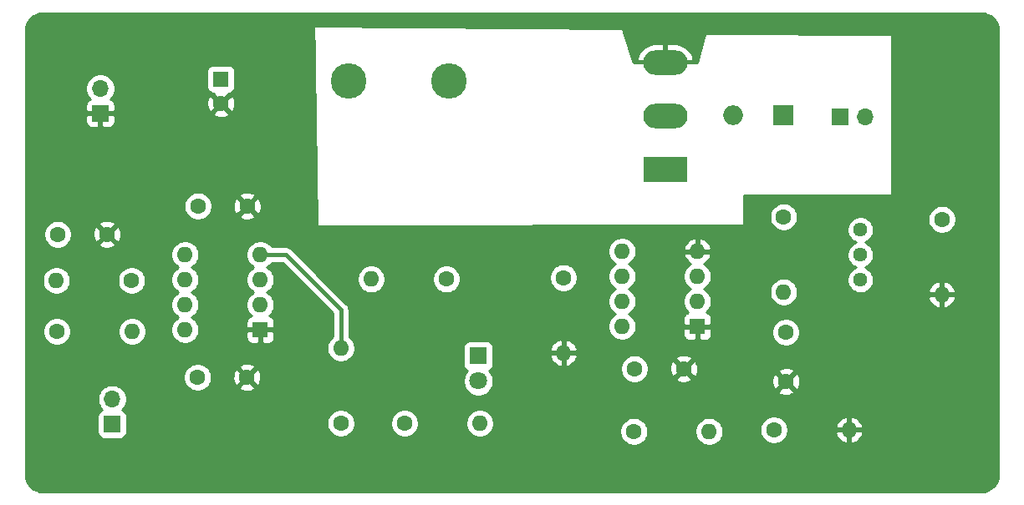
<source format=gbl>
G04 #@! TF.GenerationSoftware,KiCad,Pcbnew,(5.1.10)-1*
G04 #@! TF.CreationDate,2023-08-02T14:35:23+03:00*
G04 #@! TF.ProjectId,boost_conv,626f6f73-745f-4636-9f6e-762e6b696361,rev?*
G04 #@! TF.SameCoordinates,Original*
G04 #@! TF.FileFunction,Copper,L2,Bot*
G04 #@! TF.FilePolarity,Positive*
%FSLAX46Y46*%
G04 Gerber Fmt 4.6, Leading zero omitted, Abs format (unit mm)*
G04 Created by KiCad (PCBNEW (5.1.10)-1) date 2023-08-02 14:35:23*
%MOMM*%
%LPD*%
G01*
G04 APERTURE LIST*
G04 #@! TA.AperFunction,ComponentPad*
%ADD10O,1.600000X1.600000*%
G04 #@! TD*
G04 #@! TA.AperFunction,ComponentPad*
%ADD11C,1.600000*%
G04 #@! TD*
G04 #@! TA.AperFunction,ComponentPad*
%ADD12R,1.600000X1.600000*%
G04 #@! TD*
G04 #@! TA.AperFunction,ComponentPad*
%ADD13O,2.000000X2.000000*%
G04 #@! TD*
G04 #@! TA.AperFunction,ComponentPad*
%ADD14R,2.000000X2.000000*%
G04 #@! TD*
G04 #@! TA.AperFunction,ComponentPad*
%ADD15R,1.800000X1.800000*%
G04 #@! TD*
G04 #@! TA.AperFunction,ComponentPad*
%ADD16C,1.800000*%
G04 #@! TD*
G04 #@! TA.AperFunction,ComponentPad*
%ADD17R,1.700000X1.700000*%
G04 #@! TD*
G04 #@! TA.AperFunction,ComponentPad*
%ADD18O,1.700000X1.700000*%
G04 #@! TD*
G04 #@! TA.AperFunction,ComponentPad*
%ADD19C,3.600000*%
G04 #@! TD*
G04 #@! TA.AperFunction,ComponentPad*
%ADD20R,4.500000X2.500000*%
G04 #@! TD*
G04 #@! TA.AperFunction,ComponentPad*
%ADD21O,4.500000X2.500000*%
G04 #@! TD*
G04 #@! TA.AperFunction,ComponentPad*
%ADD22C,1.440000*%
G04 #@! TD*
G04 #@! TA.AperFunction,Conductor*
%ADD23C,0.400000*%
G04 #@! TD*
G04 #@! TA.AperFunction,Conductor*
%ADD24C,0.254000*%
G04 #@! TD*
G04 #@! TA.AperFunction,Conductor*
%ADD25C,0.100000*%
G04 #@! TD*
G04 APERTURE END LIST*
D10*
X103784400Y-130276600D03*
D11*
X111404400Y-130276600D03*
X88569800Y-112482000D03*
D12*
X88569800Y-109982000D03*
D13*
X140436600Y-113665000D03*
D14*
X145516600Y-113665000D03*
D11*
X86207600Y-140233400D03*
X91207600Y-140233400D03*
X135458200Y-139369800D03*
X130458200Y-139369800D03*
X72038200Y-125730000D03*
X77038200Y-125730000D03*
X91236800Y-122859800D03*
X86236800Y-122859800D03*
X145796000Y-135661400D03*
X145796000Y-140661400D03*
D15*
X114630200Y-138074400D03*
D16*
X114630200Y-140614400D03*
D17*
X76352400Y-113461800D03*
D18*
X76352400Y-110921800D03*
D17*
X151257000Y-113792000D03*
D18*
X153797000Y-113792000D03*
D19*
X111683800Y-110159800D03*
X101523800Y-110159800D03*
D20*
X133553200Y-119176800D03*
D21*
X133553200Y-113726800D03*
X133553200Y-108276800D03*
D10*
X79578200Y-135585200D03*
D11*
X71958200Y-135585200D03*
X79527400Y-130429000D03*
D10*
X71907400Y-130429000D03*
D11*
X100711000Y-144907000D03*
D10*
X100711000Y-137287000D03*
X114782600Y-144907000D03*
D11*
X107162600Y-144907000D03*
X130403600Y-145719800D03*
D10*
X138023600Y-145719800D03*
D11*
X144576800Y-145567400D03*
D10*
X152196800Y-145567400D03*
D11*
X145567400Y-123952000D03*
D10*
X145567400Y-131572000D03*
D22*
X153339800Y-130352800D03*
X153339800Y-127812800D03*
X153339800Y-125272800D03*
D10*
X161594800Y-131826000D03*
D11*
X161594800Y-124206000D03*
D10*
X123266200Y-137744200D03*
D11*
X123266200Y-130124200D03*
D18*
X77546200Y-142443200D03*
D17*
X77546200Y-144983200D03*
D12*
X92557600Y-135407400D03*
D10*
X84937600Y-127787400D03*
X92557600Y-132867400D03*
X84937600Y-130327400D03*
X92557600Y-130327400D03*
X84937600Y-132867400D03*
X92557600Y-127787400D03*
X84937600Y-135407400D03*
X129209800Y-135077200D03*
X136829800Y-127457200D03*
X129209800Y-132537200D03*
X136829800Y-129997200D03*
X129209800Y-129997200D03*
X136829800Y-132537200D03*
X129209800Y-127457200D03*
D12*
X136829800Y-135077200D03*
D23*
X100711000Y-137287000D02*
X100711000Y-133375400D01*
X95123000Y-127787400D02*
X92557600Y-127787400D01*
X100711000Y-133375400D02*
X95123000Y-127787400D01*
D24*
X98272616Y-124792244D02*
X98275455Y-124816978D01*
X98283065Y-124840683D01*
X98295153Y-124862448D01*
X98311254Y-124881436D01*
X98330751Y-124896919D01*
X98352894Y-124908300D01*
X98376831Y-124915142D01*
X98399900Y-124917200D01*
X141452900Y-124815600D01*
X141477670Y-124813101D01*
X141501478Y-124805818D01*
X141523406Y-124794030D01*
X141542614Y-124778190D01*
X141558363Y-124758908D01*
X141570047Y-124736924D01*
X141577218Y-124713082D01*
X141579600Y-124688600D01*
X141579600Y-123810665D01*
X144132400Y-123810665D01*
X144132400Y-124093335D01*
X144187547Y-124370574D01*
X144295720Y-124631727D01*
X144452763Y-124866759D01*
X144652641Y-125066637D01*
X144887673Y-125223680D01*
X145148826Y-125331853D01*
X145426065Y-125387000D01*
X145708735Y-125387000D01*
X145985974Y-125331853D01*
X146247127Y-125223680D01*
X146373345Y-125139344D01*
X151984800Y-125139344D01*
X151984800Y-125406256D01*
X152036872Y-125668039D01*
X152139015Y-125914633D01*
X152287303Y-126136562D01*
X152476038Y-126325297D01*
X152697967Y-126473585D01*
X152865066Y-126542800D01*
X152697967Y-126612015D01*
X152476038Y-126760303D01*
X152287303Y-126949038D01*
X152139015Y-127170967D01*
X152036872Y-127417561D01*
X151984800Y-127679344D01*
X151984800Y-127946256D01*
X152036872Y-128208039D01*
X152139015Y-128454633D01*
X152287303Y-128676562D01*
X152476038Y-128865297D01*
X152697967Y-129013585D01*
X152865066Y-129082800D01*
X152697967Y-129152015D01*
X152476038Y-129300303D01*
X152287303Y-129489038D01*
X152139015Y-129710967D01*
X152036872Y-129957561D01*
X151984800Y-130219344D01*
X151984800Y-130486256D01*
X152036872Y-130748039D01*
X152139015Y-130994633D01*
X152287303Y-131216562D01*
X152476038Y-131405297D01*
X152697967Y-131553585D01*
X152944561Y-131655728D01*
X153206344Y-131707800D01*
X153473256Y-131707800D01*
X153735039Y-131655728D01*
X153981633Y-131553585D01*
X154096310Y-131476960D01*
X160202891Y-131476960D01*
X160324176Y-131699000D01*
X161467800Y-131699000D01*
X161467800Y-130556085D01*
X161721800Y-130556085D01*
X161721800Y-131699000D01*
X162865424Y-131699000D01*
X162986709Y-131476960D01*
X162891870Y-131212119D01*
X162747185Y-130970869D01*
X162558214Y-130762481D01*
X162332220Y-130594963D01*
X162077887Y-130474754D01*
X161943839Y-130434096D01*
X161721800Y-130556085D01*
X161467800Y-130556085D01*
X161245761Y-130434096D01*
X161111713Y-130474754D01*
X160857380Y-130594963D01*
X160631386Y-130762481D01*
X160442415Y-130970869D01*
X160297730Y-131212119D01*
X160202891Y-131476960D01*
X154096310Y-131476960D01*
X154203562Y-131405297D01*
X154392297Y-131216562D01*
X154540585Y-130994633D01*
X154642728Y-130748039D01*
X154694800Y-130486256D01*
X154694800Y-130219344D01*
X154642728Y-129957561D01*
X154540585Y-129710967D01*
X154392297Y-129489038D01*
X154203562Y-129300303D01*
X153981633Y-129152015D01*
X153814534Y-129082800D01*
X153981633Y-129013585D01*
X154203562Y-128865297D01*
X154392297Y-128676562D01*
X154540585Y-128454633D01*
X154642728Y-128208039D01*
X154694800Y-127946256D01*
X154694800Y-127679344D01*
X154642728Y-127417561D01*
X154540585Y-127170967D01*
X154392297Y-126949038D01*
X154203562Y-126760303D01*
X153981633Y-126612015D01*
X153814534Y-126542800D01*
X153981633Y-126473585D01*
X154203562Y-126325297D01*
X154392297Y-126136562D01*
X154540585Y-125914633D01*
X154642728Y-125668039D01*
X154694800Y-125406256D01*
X154694800Y-125139344D01*
X154642728Y-124877561D01*
X154540585Y-124630967D01*
X154392297Y-124409038D01*
X154203562Y-124220303D01*
X153981633Y-124072015D01*
X153963889Y-124064665D01*
X160159800Y-124064665D01*
X160159800Y-124347335D01*
X160214947Y-124624574D01*
X160323120Y-124885727D01*
X160480163Y-125120759D01*
X160680041Y-125320637D01*
X160915073Y-125477680D01*
X161176226Y-125585853D01*
X161453465Y-125641000D01*
X161736135Y-125641000D01*
X162013374Y-125585853D01*
X162274527Y-125477680D01*
X162509559Y-125320637D01*
X162709437Y-125120759D01*
X162866480Y-124885727D01*
X162974653Y-124624574D01*
X163029800Y-124347335D01*
X163029800Y-124064665D01*
X162974653Y-123787426D01*
X162866480Y-123526273D01*
X162709437Y-123291241D01*
X162509559Y-123091363D01*
X162274527Y-122934320D01*
X162013374Y-122826147D01*
X161736135Y-122771000D01*
X161453465Y-122771000D01*
X161176226Y-122826147D01*
X160915073Y-122934320D01*
X160680041Y-123091363D01*
X160480163Y-123291241D01*
X160323120Y-123526273D01*
X160214947Y-123787426D01*
X160159800Y-124064665D01*
X153963889Y-124064665D01*
X153735039Y-123969872D01*
X153473256Y-123917800D01*
X153206344Y-123917800D01*
X152944561Y-123969872D01*
X152697967Y-124072015D01*
X152476038Y-124220303D01*
X152287303Y-124409038D01*
X152139015Y-124630967D01*
X152036872Y-124877561D01*
X151984800Y-125139344D01*
X146373345Y-125139344D01*
X146482159Y-125066637D01*
X146682037Y-124866759D01*
X146839080Y-124631727D01*
X146947253Y-124370574D01*
X147002400Y-124093335D01*
X147002400Y-123810665D01*
X146947253Y-123533426D01*
X146839080Y-123272273D01*
X146682037Y-123037241D01*
X146482159Y-122837363D01*
X146247127Y-122680320D01*
X145985974Y-122572147D01*
X145708735Y-122517000D01*
X145426065Y-122517000D01*
X145148826Y-122572147D01*
X144887673Y-122680320D01*
X144652641Y-122837363D01*
X144452763Y-123037241D01*
X144295720Y-123272273D01*
X144187547Y-123533426D01*
X144132400Y-123810665D01*
X141579600Y-123810665D01*
X141579600Y-121742305D01*
X167322001Y-121763598D01*
X167322000Y-150039653D01*
X167284929Y-150417737D01*
X167185564Y-150746848D01*
X167024170Y-151050386D01*
X166806891Y-151316795D01*
X166542002Y-151535930D01*
X166239599Y-151699438D01*
X165911195Y-151801096D01*
X165535349Y-151840599D01*
X70592946Y-151840599D01*
X70214862Y-151803528D01*
X69885751Y-151704163D01*
X69582213Y-151542769D01*
X69315804Y-151325490D01*
X69096669Y-151060601D01*
X68933161Y-150758198D01*
X68831503Y-150429794D01*
X68792000Y-150053948D01*
X68792000Y-144133200D01*
X76058128Y-144133200D01*
X76058128Y-145833200D01*
X76070388Y-145957682D01*
X76106698Y-146077380D01*
X76165663Y-146187694D01*
X76245015Y-146284385D01*
X76341706Y-146363737D01*
X76452020Y-146422702D01*
X76571718Y-146459012D01*
X76696200Y-146471272D01*
X78396200Y-146471272D01*
X78520682Y-146459012D01*
X78640380Y-146422702D01*
X78750694Y-146363737D01*
X78847385Y-146284385D01*
X78926737Y-146187694D01*
X78985702Y-146077380D01*
X79022012Y-145957682D01*
X79034272Y-145833200D01*
X79034272Y-144765665D01*
X99276000Y-144765665D01*
X99276000Y-145048335D01*
X99331147Y-145325574D01*
X99439320Y-145586727D01*
X99596363Y-145821759D01*
X99796241Y-146021637D01*
X100031273Y-146178680D01*
X100292426Y-146286853D01*
X100569665Y-146342000D01*
X100852335Y-146342000D01*
X101129574Y-146286853D01*
X101390727Y-146178680D01*
X101625759Y-146021637D01*
X101825637Y-145821759D01*
X101982680Y-145586727D01*
X102090853Y-145325574D01*
X102146000Y-145048335D01*
X102146000Y-144765665D01*
X105727600Y-144765665D01*
X105727600Y-145048335D01*
X105782747Y-145325574D01*
X105890920Y-145586727D01*
X106047963Y-145821759D01*
X106247841Y-146021637D01*
X106482873Y-146178680D01*
X106744026Y-146286853D01*
X107021265Y-146342000D01*
X107303935Y-146342000D01*
X107581174Y-146286853D01*
X107842327Y-146178680D01*
X108077359Y-146021637D01*
X108277237Y-145821759D01*
X108434280Y-145586727D01*
X108542453Y-145325574D01*
X108597600Y-145048335D01*
X108597600Y-144765665D01*
X113347600Y-144765665D01*
X113347600Y-145048335D01*
X113402747Y-145325574D01*
X113510920Y-145586727D01*
X113667963Y-145821759D01*
X113867841Y-146021637D01*
X114102873Y-146178680D01*
X114364026Y-146286853D01*
X114641265Y-146342000D01*
X114923935Y-146342000D01*
X115201174Y-146286853D01*
X115462327Y-146178680D01*
X115697359Y-146021637D01*
X115897237Y-145821759D01*
X116054280Y-145586727D01*
X116057702Y-145578465D01*
X128968600Y-145578465D01*
X128968600Y-145861135D01*
X129023747Y-146138374D01*
X129131920Y-146399527D01*
X129288963Y-146634559D01*
X129488841Y-146834437D01*
X129723873Y-146991480D01*
X129985026Y-147099653D01*
X130262265Y-147154800D01*
X130544935Y-147154800D01*
X130822174Y-147099653D01*
X131083327Y-146991480D01*
X131318359Y-146834437D01*
X131518237Y-146634559D01*
X131675280Y-146399527D01*
X131783453Y-146138374D01*
X131838600Y-145861135D01*
X131838600Y-145578465D01*
X136588600Y-145578465D01*
X136588600Y-145861135D01*
X136643747Y-146138374D01*
X136751920Y-146399527D01*
X136908963Y-146634559D01*
X137108841Y-146834437D01*
X137343873Y-146991480D01*
X137605026Y-147099653D01*
X137882265Y-147154800D01*
X138164935Y-147154800D01*
X138442174Y-147099653D01*
X138703327Y-146991480D01*
X138938359Y-146834437D01*
X139138237Y-146634559D01*
X139295280Y-146399527D01*
X139403453Y-146138374D01*
X139458600Y-145861135D01*
X139458600Y-145578465D01*
X139428286Y-145426065D01*
X143141800Y-145426065D01*
X143141800Y-145708735D01*
X143196947Y-145985974D01*
X143305120Y-146247127D01*
X143462163Y-146482159D01*
X143662041Y-146682037D01*
X143897073Y-146839080D01*
X144158226Y-146947253D01*
X144435465Y-147002400D01*
X144718135Y-147002400D01*
X144995374Y-146947253D01*
X145256527Y-146839080D01*
X145491559Y-146682037D01*
X145691437Y-146482159D01*
X145848480Y-146247127D01*
X145956653Y-145985974D01*
X145970484Y-145916439D01*
X150804896Y-145916439D01*
X150845554Y-146050487D01*
X150965763Y-146304820D01*
X151133281Y-146530814D01*
X151341669Y-146719785D01*
X151582919Y-146864470D01*
X151847760Y-146959309D01*
X152069800Y-146838024D01*
X152069800Y-145694400D01*
X152323800Y-145694400D01*
X152323800Y-146838024D01*
X152545840Y-146959309D01*
X152810681Y-146864470D01*
X153051931Y-146719785D01*
X153260319Y-146530814D01*
X153427837Y-146304820D01*
X153548046Y-146050487D01*
X153588704Y-145916439D01*
X153466715Y-145694400D01*
X152323800Y-145694400D01*
X152069800Y-145694400D01*
X150926885Y-145694400D01*
X150804896Y-145916439D01*
X145970484Y-145916439D01*
X146011800Y-145708735D01*
X146011800Y-145426065D01*
X145970485Y-145218361D01*
X150804896Y-145218361D01*
X150926885Y-145440400D01*
X152069800Y-145440400D01*
X152069800Y-144296776D01*
X152323800Y-144296776D01*
X152323800Y-145440400D01*
X153466715Y-145440400D01*
X153588704Y-145218361D01*
X153548046Y-145084313D01*
X153427837Y-144829980D01*
X153260319Y-144603986D01*
X153051931Y-144415015D01*
X152810681Y-144270330D01*
X152545840Y-144175491D01*
X152323800Y-144296776D01*
X152069800Y-144296776D01*
X151847760Y-144175491D01*
X151582919Y-144270330D01*
X151341669Y-144415015D01*
X151133281Y-144603986D01*
X150965763Y-144829980D01*
X150845554Y-145084313D01*
X150804896Y-145218361D01*
X145970485Y-145218361D01*
X145956653Y-145148826D01*
X145848480Y-144887673D01*
X145691437Y-144652641D01*
X145491559Y-144452763D01*
X145256527Y-144295720D01*
X144995374Y-144187547D01*
X144718135Y-144132400D01*
X144435465Y-144132400D01*
X144158226Y-144187547D01*
X143897073Y-144295720D01*
X143662041Y-144452763D01*
X143462163Y-144652641D01*
X143305120Y-144887673D01*
X143196947Y-145148826D01*
X143141800Y-145426065D01*
X139428286Y-145426065D01*
X139403453Y-145301226D01*
X139295280Y-145040073D01*
X139138237Y-144805041D01*
X138938359Y-144605163D01*
X138703327Y-144448120D01*
X138442174Y-144339947D01*
X138164935Y-144284800D01*
X137882265Y-144284800D01*
X137605026Y-144339947D01*
X137343873Y-144448120D01*
X137108841Y-144605163D01*
X136908963Y-144805041D01*
X136751920Y-145040073D01*
X136643747Y-145301226D01*
X136588600Y-145578465D01*
X131838600Y-145578465D01*
X131783453Y-145301226D01*
X131675280Y-145040073D01*
X131518237Y-144805041D01*
X131318359Y-144605163D01*
X131083327Y-144448120D01*
X130822174Y-144339947D01*
X130544935Y-144284800D01*
X130262265Y-144284800D01*
X129985026Y-144339947D01*
X129723873Y-144448120D01*
X129488841Y-144605163D01*
X129288963Y-144805041D01*
X129131920Y-145040073D01*
X129023747Y-145301226D01*
X128968600Y-145578465D01*
X116057702Y-145578465D01*
X116162453Y-145325574D01*
X116217600Y-145048335D01*
X116217600Y-144765665D01*
X116162453Y-144488426D01*
X116054280Y-144227273D01*
X115897237Y-143992241D01*
X115697359Y-143792363D01*
X115462327Y-143635320D01*
X115201174Y-143527147D01*
X114923935Y-143472000D01*
X114641265Y-143472000D01*
X114364026Y-143527147D01*
X114102873Y-143635320D01*
X113867841Y-143792363D01*
X113667963Y-143992241D01*
X113510920Y-144227273D01*
X113402747Y-144488426D01*
X113347600Y-144765665D01*
X108597600Y-144765665D01*
X108542453Y-144488426D01*
X108434280Y-144227273D01*
X108277237Y-143992241D01*
X108077359Y-143792363D01*
X107842327Y-143635320D01*
X107581174Y-143527147D01*
X107303935Y-143472000D01*
X107021265Y-143472000D01*
X106744026Y-143527147D01*
X106482873Y-143635320D01*
X106247841Y-143792363D01*
X106047963Y-143992241D01*
X105890920Y-144227273D01*
X105782747Y-144488426D01*
X105727600Y-144765665D01*
X102146000Y-144765665D01*
X102090853Y-144488426D01*
X101982680Y-144227273D01*
X101825637Y-143992241D01*
X101625759Y-143792363D01*
X101390727Y-143635320D01*
X101129574Y-143527147D01*
X100852335Y-143472000D01*
X100569665Y-143472000D01*
X100292426Y-143527147D01*
X100031273Y-143635320D01*
X99796241Y-143792363D01*
X99596363Y-143992241D01*
X99439320Y-144227273D01*
X99331147Y-144488426D01*
X99276000Y-144765665D01*
X79034272Y-144765665D01*
X79034272Y-144133200D01*
X79022012Y-144008718D01*
X78985702Y-143889020D01*
X78926737Y-143778706D01*
X78847385Y-143682015D01*
X78750694Y-143602663D01*
X78640380Y-143543698D01*
X78567820Y-143521687D01*
X78699675Y-143389832D01*
X78862190Y-143146611D01*
X78974132Y-142876358D01*
X79031200Y-142589460D01*
X79031200Y-142296940D01*
X78974132Y-142010042D01*
X78862190Y-141739789D01*
X78699675Y-141496568D01*
X78492832Y-141289725D01*
X78249611Y-141127210D01*
X77979358Y-141015268D01*
X77692460Y-140958200D01*
X77399940Y-140958200D01*
X77113042Y-141015268D01*
X76842789Y-141127210D01*
X76599568Y-141289725D01*
X76392725Y-141496568D01*
X76230210Y-141739789D01*
X76118268Y-142010042D01*
X76061200Y-142296940D01*
X76061200Y-142589460D01*
X76118268Y-142876358D01*
X76230210Y-143146611D01*
X76392725Y-143389832D01*
X76524580Y-143521687D01*
X76452020Y-143543698D01*
X76341706Y-143602663D01*
X76245015Y-143682015D01*
X76165663Y-143778706D01*
X76106698Y-143889020D01*
X76070388Y-144008718D01*
X76058128Y-144133200D01*
X68792000Y-144133200D01*
X68792000Y-140092065D01*
X84772600Y-140092065D01*
X84772600Y-140374735D01*
X84827747Y-140651974D01*
X84935920Y-140913127D01*
X85092963Y-141148159D01*
X85292841Y-141348037D01*
X85527873Y-141505080D01*
X85789026Y-141613253D01*
X86066265Y-141668400D01*
X86348935Y-141668400D01*
X86626174Y-141613253D01*
X86887327Y-141505080D01*
X87122359Y-141348037D01*
X87244294Y-141226102D01*
X90394503Y-141226102D01*
X90466086Y-141470071D01*
X90721596Y-141590971D01*
X90995784Y-141659700D01*
X91278112Y-141673617D01*
X91557730Y-141632187D01*
X91823892Y-141537003D01*
X91949114Y-141470071D01*
X92020697Y-141226102D01*
X91207600Y-140413005D01*
X90394503Y-141226102D01*
X87244294Y-141226102D01*
X87322237Y-141148159D01*
X87479280Y-140913127D01*
X87587453Y-140651974D01*
X87642600Y-140374735D01*
X87642600Y-140303912D01*
X89767383Y-140303912D01*
X89808813Y-140583530D01*
X89903997Y-140849692D01*
X89970929Y-140974914D01*
X90214898Y-141046497D01*
X91027995Y-140233400D01*
X91387205Y-140233400D01*
X92200302Y-141046497D01*
X92444271Y-140974914D01*
X92565171Y-140719404D01*
X92633900Y-140445216D01*
X92647817Y-140162888D01*
X92606387Y-139883270D01*
X92511203Y-139617108D01*
X92444271Y-139491886D01*
X92200302Y-139420303D01*
X91387205Y-140233400D01*
X91027995Y-140233400D01*
X90214898Y-139420303D01*
X89970929Y-139491886D01*
X89850029Y-139747396D01*
X89781300Y-140021584D01*
X89767383Y-140303912D01*
X87642600Y-140303912D01*
X87642600Y-140092065D01*
X87587453Y-139814826D01*
X87479280Y-139553673D01*
X87322237Y-139318641D01*
X87244294Y-139240698D01*
X90394503Y-139240698D01*
X91207600Y-140053795D01*
X92020697Y-139240698D01*
X91949114Y-138996729D01*
X91693604Y-138875829D01*
X91419416Y-138807100D01*
X91137088Y-138793183D01*
X90857470Y-138834613D01*
X90591308Y-138929797D01*
X90466086Y-138996729D01*
X90394503Y-139240698D01*
X87244294Y-139240698D01*
X87122359Y-139118763D01*
X86887327Y-138961720D01*
X86626174Y-138853547D01*
X86348935Y-138798400D01*
X86066265Y-138798400D01*
X85789026Y-138853547D01*
X85527873Y-138961720D01*
X85292841Y-139118763D01*
X85092963Y-139318641D01*
X84935920Y-139553673D01*
X84827747Y-139814826D01*
X84772600Y-140092065D01*
X68792000Y-140092065D01*
X68792000Y-135443865D01*
X70523200Y-135443865D01*
X70523200Y-135726535D01*
X70578347Y-136003774D01*
X70686520Y-136264927D01*
X70843563Y-136499959D01*
X71043441Y-136699837D01*
X71278473Y-136856880D01*
X71539626Y-136965053D01*
X71816865Y-137020200D01*
X72099535Y-137020200D01*
X72376774Y-136965053D01*
X72637927Y-136856880D01*
X72872959Y-136699837D01*
X73072837Y-136499959D01*
X73229880Y-136264927D01*
X73338053Y-136003774D01*
X73393200Y-135726535D01*
X73393200Y-135443865D01*
X78143200Y-135443865D01*
X78143200Y-135726535D01*
X78198347Y-136003774D01*
X78306520Y-136264927D01*
X78463563Y-136499959D01*
X78663441Y-136699837D01*
X78898473Y-136856880D01*
X79159626Y-136965053D01*
X79436865Y-137020200D01*
X79719535Y-137020200D01*
X79996774Y-136965053D01*
X80257927Y-136856880D01*
X80492959Y-136699837D01*
X80692837Y-136499959D01*
X80849880Y-136264927D01*
X80958053Y-136003774D01*
X81013200Y-135726535D01*
X81013200Y-135443865D01*
X80958053Y-135166626D01*
X80849880Y-134905473D01*
X80692837Y-134670441D01*
X80492959Y-134470563D01*
X80257927Y-134313520D01*
X79996774Y-134205347D01*
X79719535Y-134150200D01*
X79436865Y-134150200D01*
X79159626Y-134205347D01*
X78898473Y-134313520D01*
X78663441Y-134470563D01*
X78463563Y-134670441D01*
X78306520Y-134905473D01*
X78198347Y-135166626D01*
X78143200Y-135443865D01*
X73393200Y-135443865D01*
X73338053Y-135166626D01*
X73229880Y-134905473D01*
X73072837Y-134670441D01*
X72872959Y-134470563D01*
X72637927Y-134313520D01*
X72376774Y-134205347D01*
X72099535Y-134150200D01*
X71816865Y-134150200D01*
X71539626Y-134205347D01*
X71278473Y-134313520D01*
X71043441Y-134470563D01*
X70843563Y-134670441D01*
X70686520Y-134905473D01*
X70578347Y-135166626D01*
X70523200Y-135443865D01*
X68792000Y-135443865D01*
X68792000Y-130287665D01*
X70472400Y-130287665D01*
X70472400Y-130570335D01*
X70527547Y-130847574D01*
X70635720Y-131108727D01*
X70792763Y-131343759D01*
X70992641Y-131543637D01*
X71227673Y-131700680D01*
X71488826Y-131808853D01*
X71766065Y-131864000D01*
X72048735Y-131864000D01*
X72325974Y-131808853D01*
X72587127Y-131700680D01*
X72822159Y-131543637D01*
X73022037Y-131343759D01*
X73179080Y-131108727D01*
X73287253Y-130847574D01*
X73342400Y-130570335D01*
X73342400Y-130287665D01*
X78092400Y-130287665D01*
X78092400Y-130570335D01*
X78147547Y-130847574D01*
X78255720Y-131108727D01*
X78412763Y-131343759D01*
X78612641Y-131543637D01*
X78847673Y-131700680D01*
X79108826Y-131808853D01*
X79386065Y-131864000D01*
X79668735Y-131864000D01*
X79945974Y-131808853D01*
X80207127Y-131700680D01*
X80442159Y-131543637D01*
X80642037Y-131343759D01*
X80799080Y-131108727D01*
X80907253Y-130847574D01*
X80962400Y-130570335D01*
X80962400Y-130287665D01*
X80907253Y-130010426D01*
X80799080Y-129749273D01*
X80642037Y-129514241D01*
X80442159Y-129314363D01*
X80207127Y-129157320D01*
X79945974Y-129049147D01*
X79668735Y-128994000D01*
X79386065Y-128994000D01*
X79108826Y-129049147D01*
X78847673Y-129157320D01*
X78612641Y-129314363D01*
X78412763Y-129514241D01*
X78255720Y-129749273D01*
X78147547Y-130010426D01*
X78092400Y-130287665D01*
X73342400Y-130287665D01*
X73287253Y-130010426D01*
X73179080Y-129749273D01*
X73022037Y-129514241D01*
X72822159Y-129314363D01*
X72587127Y-129157320D01*
X72325974Y-129049147D01*
X72048735Y-128994000D01*
X71766065Y-128994000D01*
X71488826Y-129049147D01*
X71227673Y-129157320D01*
X70992641Y-129314363D01*
X70792763Y-129514241D01*
X70635720Y-129749273D01*
X70527547Y-130010426D01*
X70472400Y-130287665D01*
X68792000Y-130287665D01*
X68792000Y-127646065D01*
X83502600Y-127646065D01*
X83502600Y-127928735D01*
X83557747Y-128205974D01*
X83665920Y-128467127D01*
X83822963Y-128702159D01*
X84022841Y-128902037D01*
X84255359Y-129057400D01*
X84022841Y-129212763D01*
X83822963Y-129412641D01*
X83665920Y-129647673D01*
X83557747Y-129908826D01*
X83502600Y-130186065D01*
X83502600Y-130468735D01*
X83557747Y-130745974D01*
X83665920Y-131007127D01*
X83822963Y-131242159D01*
X84022841Y-131442037D01*
X84255359Y-131597400D01*
X84022841Y-131752763D01*
X83822963Y-131952641D01*
X83665920Y-132187673D01*
X83557747Y-132448826D01*
X83502600Y-132726065D01*
X83502600Y-133008735D01*
X83557747Y-133285974D01*
X83665920Y-133547127D01*
X83822963Y-133782159D01*
X84022841Y-133982037D01*
X84255359Y-134137400D01*
X84022841Y-134292763D01*
X83822963Y-134492641D01*
X83665920Y-134727673D01*
X83557747Y-134988826D01*
X83502600Y-135266065D01*
X83502600Y-135548735D01*
X83557747Y-135825974D01*
X83665920Y-136087127D01*
X83822963Y-136322159D01*
X84022841Y-136522037D01*
X84257873Y-136679080D01*
X84519026Y-136787253D01*
X84796265Y-136842400D01*
X85078935Y-136842400D01*
X85356174Y-136787253D01*
X85617327Y-136679080D01*
X85852359Y-136522037D01*
X86052237Y-136322159D01*
X86128916Y-136207400D01*
X91119528Y-136207400D01*
X91131788Y-136331882D01*
X91168098Y-136451580D01*
X91227063Y-136561894D01*
X91306415Y-136658585D01*
X91403106Y-136737937D01*
X91513420Y-136796902D01*
X91633118Y-136833212D01*
X91757600Y-136845472D01*
X92271850Y-136842400D01*
X92430600Y-136683650D01*
X92430600Y-135534400D01*
X92684600Y-135534400D01*
X92684600Y-136683650D01*
X92843350Y-136842400D01*
X93357600Y-136845472D01*
X93482082Y-136833212D01*
X93601780Y-136796902D01*
X93712094Y-136737937D01*
X93808785Y-136658585D01*
X93888137Y-136561894D01*
X93947102Y-136451580D01*
X93983412Y-136331882D01*
X93995672Y-136207400D01*
X93992600Y-135693150D01*
X93833850Y-135534400D01*
X92684600Y-135534400D01*
X92430600Y-135534400D01*
X91281350Y-135534400D01*
X91122600Y-135693150D01*
X91119528Y-136207400D01*
X86128916Y-136207400D01*
X86209280Y-136087127D01*
X86317453Y-135825974D01*
X86372600Y-135548735D01*
X86372600Y-135266065D01*
X86317453Y-134988826D01*
X86209280Y-134727673D01*
X86128917Y-134607400D01*
X91119528Y-134607400D01*
X91122600Y-135121650D01*
X91281350Y-135280400D01*
X92430600Y-135280400D01*
X92430600Y-135260400D01*
X92684600Y-135260400D01*
X92684600Y-135280400D01*
X93833850Y-135280400D01*
X93992600Y-135121650D01*
X93995672Y-134607400D01*
X93983412Y-134482918D01*
X93947102Y-134363220D01*
X93888137Y-134252906D01*
X93808785Y-134156215D01*
X93712094Y-134076863D01*
X93601780Y-134017898D01*
X93482082Y-133981588D01*
X93473639Y-133980757D01*
X93672237Y-133782159D01*
X93829280Y-133547127D01*
X93937453Y-133285974D01*
X93992600Y-133008735D01*
X93992600Y-132726065D01*
X93937453Y-132448826D01*
X93829280Y-132187673D01*
X93672237Y-131952641D01*
X93472359Y-131752763D01*
X93239841Y-131597400D01*
X93472359Y-131442037D01*
X93672237Y-131242159D01*
X93829280Y-131007127D01*
X93937453Y-130745974D01*
X93992600Y-130468735D01*
X93992600Y-130186065D01*
X93937453Y-129908826D01*
X93829280Y-129647673D01*
X93672237Y-129412641D01*
X93472359Y-129212763D01*
X93239841Y-129057400D01*
X93472359Y-128902037D01*
X93672237Y-128702159D01*
X93725530Y-128622400D01*
X94777133Y-128622400D01*
X99876001Y-133721269D01*
X99876000Y-136119070D01*
X99796241Y-136172363D01*
X99596363Y-136372241D01*
X99439320Y-136607273D01*
X99331147Y-136868426D01*
X99276000Y-137145665D01*
X99276000Y-137428335D01*
X99331147Y-137705574D01*
X99439320Y-137966727D01*
X99596363Y-138201759D01*
X99796241Y-138401637D01*
X100031273Y-138558680D01*
X100292426Y-138666853D01*
X100569665Y-138722000D01*
X100852335Y-138722000D01*
X101129574Y-138666853D01*
X101390727Y-138558680D01*
X101625759Y-138401637D01*
X101825637Y-138201759D01*
X101982680Y-137966727D01*
X102090853Y-137705574D01*
X102146000Y-137428335D01*
X102146000Y-137174400D01*
X113092128Y-137174400D01*
X113092128Y-138974400D01*
X113104388Y-139098882D01*
X113140698Y-139218580D01*
X113199663Y-139328894D01*
X113279015Y-139425585D01*
X113375706Y-139504937D01*
X113486020Y-139563902D01*
X113504327Y-139569456D01*
X113437888Y-139635895D01*
X113269901Y-139887305D01*
X113154189Y-140166657D01*
X113095200Y-140463216D01*
X113095200Y-140765584D01*
X113154189Y-141062143D01*
X113269901Y-141341495D01*
X113437888Y-141592905D01*
X113651695Y-141806712D01*
X113903105Y-141974699D01*
X114182457Y-142090411D01*
X114479016Y-142149400D01*
X114781384Y-142149400D01*
X115077943Y-142090411D01*
X115357295Y-141974699D01*
X115608705Y-141806712D01*
X115761315Y-141654102D01*
X144982903Y-141654102D01*
X145054486Y-141898071D01*
X145309996Y-142018971D01*
X145584184Y-142087700D01*
X145866512Y-142101617D01*
X146146130Y-142060187D01*
X146412292Y-141965003D01*
X146537514Y-141898071D01*
X146609097Y-141654102D01*
X145796000Y-140841005D01*
X144982903Y-141654102D01*
X115761315Y-141654102D01*
X115822512Y-141592905D01*
X115990499Y-141341495D01*
X116106211Y-141062143D01*
X116165200Y-140765584D01*
X116165200Y-140463216D01*
X116106211Y-140166657D01*
X115990499Y-139887305D01*
X115822512Y-139635895D01*
X115756073Y-139569456D01*
X115774380Y-139563902D01*
X115884694Y-139504937D01*
X115981385Y-139425585D01*
X116060737Y-139328894D01*
X116114418Y-139228465D01*
X129023200Y-139228465D01*
X129023200Y-139511135D01*
X129078347Y-139788374D01*
X129186520Y-140049527D01*
X129343563Y-140284559D01*
X129543441Y-140484437D01*
X129778473Y-140641480D01*
X130039626Y-140749653D01*
X130316865Y-140804800D01*
X130599535Y-140804800D01*
X130876774Y-140749653D01*
X131137927Y-140641480D01*
X131372959Y-140484437D01*
X131494894Y-140362502D01*
X134645103Y-140362502D01*
X134716686Y-140606471D01*
X134972196Y-140727371D01*
X135246384Y-140796100D01*
X135528712Y-140810017D01*
X135808330Y-140768587D01*
X135910883Y-140731912D01*
X144355783Y-140731912D01*
X144397213Y-141011530D01*
X144492397Y-141277692D01*
X144559329Y-141402914D01*
X144803298Y-141474497D01*
X145616395Y-140661400D01*
X145975605Y-140661400D01*
X146788702Y-141474497D01*
X147032671Y-141402914D01*
X147153571Y-141147404D01*
X147222300Y-140873216D01*
X147236217Y-140590888D01*
X147194787Y-140311270D01*
X147099603Y-140045108D01*
X147032671Y-139919886D01*
X146788702Y-139848303D01*
X145975605Y-140661400D01*
X145616395Y-140661400D01*
X144803298Y-139848303D01*
X144559329Y-139919886D01*
X144438429Y-140175396D01*
X144369700Y-140449584D01*
X144355783Y-140731912D01*
X135910883Y-140731912D01*
X136074492Y-140673403D01*
X136199714Y-140606471D01*
X136271297Y-140362502D01*
X135458200Y-139549405D01*
X134645103Y-140362502D01*
X131494894Y-140362502D01*
X131572837Y-140284559D01*
X131729880Y-140049527D01*
X131838053Y-139788374D01*
X131893200Y-139511135D01*
X131893200Y-139440312D01*
X134017983Y-139440312D01*
X134059413Y-139719930D01*
X134154597Y-139986092D01*
X134221529Y-140111314D01*
X134465498Y-140182897D01*
X135278595Y-139369800D01*
X135637805Y-139369800D01*
X136450902Y-140182897D01*
X136694871Y-140111314D01*
X136815771Y-139855804D01*
X136862671Y-139668698D01*
X144982903Y-139668698D01*
X145796000Y-140481795D01*
X146609097Y-139668698D01*
X146537514Y-139424729D01*
X146282004Y-139303829D01*
X146007816Y-139235100D01*
X145725488Y-139221183D01*
X145445870Y-139262613D01*
X145179708Y-139357797D01*
X145054486Y-139424729D01*
X144982903Y-139668698D01*
X136862671Y-139668698D01*
X136884500Y-139581616D01*
X136898417Y-139299288D01*
X136856987Y-139019670D01*
X136761803Y-138753508D01*
X136694871Y-138628286D01*
X136450902Y-138556703D01*
X135637805Y-139369800D01*
X135278595Y-139369800D01*
X134465498Y-138556703D01*
X134221529Y-138628286D01*
X134100629Y-138883796D01*
X134031900Y-139157984D01*
X134017983Y-139440312D01*
X131893200Y-139440312D01*
X131893200Y-139228465D01*
X131838053Y-138951226D01*
X131729880Y-138690073D01*
X131572837Y-138455041D01*
X131494894Y-138377098D01*
X134645103Y-138377098D01*
X135458200Y-139190195D01*
X136271297Y-138377098D01*
X136199714Y-138133129D01*
X135944204Y-138012229D01*
X135670016Y-137943500D01*
X135387688Y-137929583D01*
X135108070Y-137971013D01*
X134841908Y-138066197D01*
X134716686Y-138133129D01*
X134645103Y-138377098D01*
X131494894Y-138377098D01*
X131372959Y-138255163D01*
X131137927Y-138098120D01*
X130876774Y-137989947D01*
X130599535Y-137934800D01*
X130316865Y-137934800D01*
X130039626Y-137989947D01*
X129778473Y-138098120D01*
X129543441Y-138255163D01*
X129343563Y-138455041D01*
X129186520Y-138690073D01*
X129078347Y-138951226D01*
X129023200Y-139228465D01*
X116114418Y-139228465D01*
X116119702Y-139218580D01*
X116156012Y-139098882D01*
X116168272Y-138974400D01*
X116168272Y-138093240D01*
X121874291Y-138093240D01*
X121969130Y-138358081D01*
X122113815Y-138599331D01*
X122302786Y-138807719D01*
X122528780Y-138975237D01*
X122783113Y-139095446D01*
X122917161Y-139136104D01*
X123139200Y-139014115D01*
X123139200Y-137871200D01*
X123393200Y-137871200D01*
X123393200Y-139014115D01*
X123615239Y-139136104D01*
X123749287Y-139095446D01*
X124003620Y-138975237D01*
X124229614Y-138807719D01*
X124418585Y-138599331D01*
X124563270Y-138358081D01*
X124658109Y-138093240D01*
X124536824Y-137871200D01*
X123393200Y-137871200D01*
X123139200Y-137871200D01*
X121995576Y-137871200D01*
X121874291Y-138093240D01*
X116168272Y-138093240D01*
X116168272Y-137395160D01*
X121874291Y-137395160D01*
X121995576Y-137617200D01*
X123139200Y-137617200D01*
X123139200Y-136474285D01*
X123393200Y-136474285D01*
X123393200Y-137617200D01*
X124536824Y-137617200D01*
X124658109Y-137395160D01*
X124563270Y-137130319D01*
X124418585Y-136889069D01*
X124229614Y-136680681D01*
X124003620Y-136513163D01*
X123749287Y-136392954D01*
X123615239Y-136352296D01*
X123393200Y-136474285D01*
X123139200Y-136474285D01*
X122917161Y-136352296D01*
X122783113Y-136392954D01*
X122528780Y-136513163D01*
X122302786Y-136680681D01*
X122113815Y-136889069D01*
X121969130Y-137130319D01*
X121874291Y-137395160D01*
X116168272Y-137395160D01*
X116168272Y-137174400D01*
X116156012Y-137049918D01*
X116119702Y-136930220D01*
X116060737Y-136819906D01*
X115981385Y-136723215D01*
X115884694Y-136643863D01*
X115774380Y-136584898D01*
X115654682Y-136548588D01*
X115530200Y-136536328D01*
X113730200Y-136536328D01*
X113605718Y-136548588D01*
X113486020Y-136584898D01*
X113375706Y-136643863D01*
X113279015Y-136723215D01*
X113199663Y-136819906D01*
X113140698Y-136930220D01*
X113104388Y-137049918D01*
X113092128Y-137174400D01*
X102146000Y-137174400D01*
X102146000Y-137145665D01*
X102090853Y-136868426D01*
X101982680Y-136607273D01*
X101825637Y-136372241D01*
X101625759Y-136172363D01*
X101546000Y-136119070D01*
X101546000Y-133416407D01*
X101550039Y-133375399D01*
X101546000Y-133334391D01*
X101546000Y-133334381D01*
X101533918Y-133211711D01*
X101486172Y-133054313D01*
X101408636Y-132909254D01*
X101304291Y-132782109D01*
X101272427Y-132755959D01*
X98651733Y-130135265D01*
X102349400Y-130135265D01*
X102349400Y-130417935D01*
X102404547Y-130695174D01*
X102512720Y-130956327D01*
X102669763Y-131191359D01*
X102869641Y-131391237D01*
X103104673Y-131548280D01*
X103365826Y-131656453D01*
X103643065Y-131711600D01*
X103925735Y-131711600D01*
X104202974Y-131656453D01*
X104464127Y-131548280D01*
X104699159Y-131391237D01*
X104899037Y-131191359D01*
X105056080Y-130956327D01*
X105164253Y-130695174D01*
X105219400Y-130417935D01*
X105219400Y-130135265D01*
X109969400Y-130135265D01*
X109969400Y-130417935D01*
X110024547Y-130695174D01*
X110132720Y-130956327D01*
X110289763Y-131191359D01*
X110489641Y-131391237D01*
X110724673Y-131548280D01*
X110985826Y-131656453D01*
X111263065Y-131711600D01*
X111545735Y-131711600D01*
X111822974Y-131656453D01*
X112084127Y-131548280D01*
X112319159Y-131391237D01*
X112519037Y-131191359D01*
X112676080Y-130956327D01*
X112784253Y-130695174D01*
X112839400Y-130417935D01*
X112839400Y-130135265D01*
X112809086Y-129982865D01*
X121831200Y-129982865D01*
X121831200Y-130265535D01*
X121886347Y-130542774D01*
X121994520Y-130803927D01*
X122151563Y-131038959D01*
X122351441Y-131238837D01*
X122586473Y-131395880D01*
X122847626Y-131504053D01*
X123124865Y-131559200D01*
X123407535Y-131559200D01*
X123684774Y-131504053D01*
X123945927Y-131395880D01*
X124180959Y-131238837D01*
X124380837Y-131038959D01*
X124537880Y-130803927D01*
X124646053Y-130542774D01*
X124701200Y-130265535D01*
X124701200Y-129982865D01*
X124646053Y-129705626D01*
X124537880Y-129444473D01*
X124380837Y-129209441D01*
X124180959Y-129009563D01*
X123945927Y-128852520D01*
X123684774Y-128744347D01*
X123407535Y-128689200D01*
X123124865Y-128689200D01*
X122847626Y-128744347D01*
X122586473Y-128852520D01*
X122351441Y-129009563D01*
X122151563Y-129209441D01*
X121994520Y-129444473D01*
X121886347Y-129705626D01*
X121831200Y-129982865D01*
X112809086Y-129982865D01*
X112784253Y-129858026D01*
X112676080Y-129596873D01*
X112519037Y-129361841D01*
X112319159Y-129161963D01*
X112084127Y-129004920D01*
X111822974Y-128896747D01*
X111545735Y-128841600D01*
X111263065Y-128841600D01*
X110985826Y-128896747D01*
X110724673Y-129004920D01*
X110489641Y-129161963D01*
X110289763Y-129361841D01*
X110132720Y-129596873D01*
X110024547Y-129858026D01*
X109969400Y-130135265D01*
X105219400Y-130135265D01*
X105164253Y-129858026D01*
X105056080Y-129596873D01*
X104899037Y-129361841D01*
X104699159Y-129161963D01*
X104464127Y-129004920D01*
X104202974Y-128896747D01*
X103925735Y-128841600D01*
X103643065Y-128841600D01*
X103365826Y-128896747D01*
X103104673Y-129004920D01*
X102869641Y-129161963D01*
X102669763Y-129361841D01*
X102512720Y-129596873D01*
X102404547Y-129858026D01*
X102349400Y-130135265D01*
X98651733Y-130135265D01*
X95832333Y-127315865D01*
X127774800Y-127315865D01*
X127774800Y-127598535D01*
X127829947Y-127875774D01*
X127938120Y-128136927D01*
X128095163Y-128371959D01*
X128295041Y-128571837D01*
X128527559Y-128727200D01*
X128295041Y-128882563D01*
X128095163Y-129082441D01*
X127938120Y-129317473D01*
X127829947Y-129578626D01*
X127774800Y-129855865D01*
X127774800Y-130138535D01*
X127829947Y-130415774D01*
X127938120Y-130676927D01*
X128095163Y-130911959D01*
X128295041Y-131111837D01*
X128527559Y-131267200D01*
X128295041Y-131422563D01*
X128095163Y-131622441D01*
X127938120Y-131857473D01*
X127829947Y-132118626D01*
X127774800Y-132395865D01*
X127774800Y-132678535D01*
X127829947Y-132955774D01*
X127938120Y-133216927D01*
X128095163Y-133451959D01*
X128295041Y-133651837D01*
X128527559Y-133807200D01*
X128295041Y-133962563D01*
X128095163Y-134162441D01*
X127938120Y-134397473D01*
X127829947Y-134658626D01*
X127774800Y-134935865D01*
X127774800Y-135218535D01*
X127829947Y-135495774D01*
X127938120Y-135756927D01*
X128095163Y-135991959D01*
X128295041Y-136191837D01*
X128530073Y-136348880D01*
X128791226Y-136457053D01*
X129068465Y-136512200D01*
X129351135Y-136512200D01*
X129628374Y-136457053D01*
X129889527Y-136348880D01*
X130124559Y-136191837D01*
X130324437Y-135991959D01*
X130401116Y-135877200D01*
X135391728Y-135877200D01*
X135403988Y-136001682D01*
X135440298Y-136121380D01*
X135499263Y-136231694D01*
X135578615Y-136328385D01*
X135675306Y-136407737D01*
X135785620Y-136466702D01*
X135905318Y-136503012D01*
X136029800Y-136515272D01*
X136544050Y-136512200D01*
X136702800Y-136353450D01*
X136702800Y-135204200D01*
X136956800Y-135204200D01*
X136956800Y-136353450D01*
X137115550Y-136512200D01*
X137629800Y-136515272D01*
X137754282Y-136503012D01*
X137873980Y-136466702D01*
X137984294Y-136407737D01*
X138080985Y-136328385D01*
X138160337Y-136231694D01*
X138219302Y-136121380D01*
X138255612Y-136001682D01*
X138267872Y-135877200D01*
X138265739Y-135520065D01*
X144361000Y-135520065D01*
X144361000Y-135802735D01*
X144416147Y-136079974D01*
X144524320Y-136341127D01*
X144681363Y-136576159D01*
X144881241Y-136776037D01*
X145116273Y-136933080D01*
X145377426Y-137041253D01*
X145654665Y-137096400D01*
X145937335Y-137096400D01*
X146214574Y-137041253D01*
X146475727Y-136933080D01*
X146710759Y-136776037D01*
X146910637Y-136576159D01*
X147067680Y-136341127D01*
X147175853Y-136079974D01*
X147231000Y-135802735D01*
X147231000Y-135520065D01*
X147175853Y-135242826D01*
X147067680Y-134981673D01*
X146910637Y-134746641D01*
X146710759Y-134546763D01*
X146475727Y-134389720D01*
X146214574Y-134281547D01*
X145937335Y-134226400D01*
X145654665Y-134226400D01*
X145377426Y-134281547D01*
X145116273Y-134389720D01*
X144881241Y-134546763D01*
X144681363Y-134746641D01*
X144524320Y-134981673D01*
X144416147Y-135242826D01*
X144361000Y-135520065D01*
X138265739Y-135520065D01*
X138264800Y-135362950D01*
X138106050Y-135204200D01*
X136956800Y-135204200D01*
X136702800Y-135204200D01*
X135553550Y-135204200D01*
X135394800Y-135362950D01*
X135391728Y-135877200D01*
X130401116Y-135877200D01*
X130481480Y-135756927D01*
X130589653Y-135495774D01*
X130644800Y-135218535D01*
X130644800Y-134935865D01*
X130589653Y-134658626D01*
X130481480Y-134397473D01*
X130401117Y-134277200D01*
X135391728Y-134277200D01*
X135394800Y-134791450D01*
X135553550Y-134950200D01*
X136702800Y-134950200D01*
X136702800Y-134930200D01*
X136956800Y-134930200D01*
X136956800Y-134950200D01*
X138106050Y-134950200D01*
X138264800Y-134791450D01*
X138267872Y-134277200D01*
X138255612Y-134152718D01*
X138219302Y-134033020D01*
X138160337Y-133922706D01*
X138080985Y-133826015D01*
X137984294Y-133746663D01*
X137873980Y-133687698D01*
X137754282Y-133651388D01*
X137745839Y-133650557D01*
X137944437Y-133451959D01*
X138101480Y-133216927D01*
X138209653Y-132955774D01*
X138264800Y-132678535D01*
X138264800Y-132395865D01*
X138209653Y-132118626D01*
X138101480Y-131857473D01*
X137944437Y-131622441D01*
X137752661Y-131430665D01*
X144132400Y-131430665D01*
X144132400Y-131713335D01*
X144187547Y-131990574D01*
X144295720Y-132251727D01*
X144452763Y-132486759D01*
X144652641Y-132686637D01*
X144887673Y-132843680D01*
X145148826Y-132951853D01*
X145426065Y-133007000D01*
X145708735Y-133007000D01*
X145985974Y-132951853D01*
X146247127Y-132843680D01*
X146482159Y-132686637D01*
X146682037Y-132486759D01*
X146839080Y-132251727D01*
X146870844Y-132175040D01*
X160202891Y-132175040D01*
X160297730Y-132439881D01*
X160442415Y-132681131D01*
X160631386Y-132889519D01*
X160857380Y-133057037D01*
X161111713Y-133177246D01*
X161245761Y-133217904D01*
X161467800Y-133095915D01*
X161467800Y-131953000D01*
X161721800Y-131953000D01*
X161721800Y-133095915D01*
X161943839Y-133217904D01*
X162077887Y-133177246D01*
X162332220Y-133057037D01*
X162558214Y-132889519D01*
X162747185Y-132681131D01*
X162891870Y-132439881D01*
X162986709Y-132175040D01*
X162865424Y-131953000D01*
X161721800Y-131953000D01*
X161467800Y-131953000D01*
X160324176Y-131953000D01*
X160202891Y-132175040D01*
X146870844Y-132175040D01*
X146947253Y-131990574D01*
X147002400Y-131713335D01*
X147002400Y-131430665D01*
X146947253Y-131153426D01*
X146839080Y-130892273D01*
X146682037Y-130657241D01*
X146482159Y-130457363D01*
X146247127Y-130300320D01*
X145985974Y-130192147D01*
X145708735Y-130137000D01*
X145426065Y-130137000D01*
X145148826Y-130192147D01*
X144887673Y-130300320D01*
X144652641Y-130457363D01*
X144452763Y-130657241D01*
X144295720Y-130892273D01*
X144187547Y-131153426D01*
X144132400Y-131430665D01*
X137752661Y-131430665D01*
X137744559Y-131422563D01*
X137512041Y-131267200D01*
X137744559Y-131111837D01*
X137944437Y-130911959D01*
X138101480Y-130676927D01*
X138209653Y-130415774D01*
X138264800Y-130138535D01*
X138264800Y-129855865D01*
X138209653Y-129578626D01*
X138101480Y-129317473D01*
X137944437Y-129082441D01*
X137744559Y-128882563D01*
X137509527Y-128725520D01*
X137498935Y-128721133D01*
X137684931Y-128609585D01*
X137893319Y-128420614D01*
X138060837Y-128194620D01*
X138181046Y-127940287D01*
X138221704Y-127806239D01*
X138099715Y-127584200D01*
X136956800Y-127584200D01*
X136956800Y-127604200D01*
X136702800Y-127604200D01*
X136702800Y-127584200D01*
X135559885Y-127584200D01*
X135437896Y-127806239D01*
X135478554Y-127940287D01*
X135598763Y-128194620D01*
X135766281Y-128420614D01*
X135974669Y-128609585D01*
X136160665Y-128721133D01*
X136150073Y-128725520D01*
X135915041Y-128882563D01*
X135715163Y-129082441D01*
X135558120Y-129317473D01*
X135449947Y-129578626D01*
X135394800Y-129855865D01*
X135394800Y-130138535D01*
X135449947Y-130415774D01*
X135558120Y-130676927D01*
X135715163Y-130911959D01*
X135915041Y-131111837D01*
X136147559Y-131267200D01*
X135915041Y-131422563D01*
X135715163Y-131622441D01*
X135558120Y-131857473D01*
X135449947Y-132118626D01*
X135394800Y-132395865D01*
X135394800Y-132678535D01*
X135449947Y-132955774D01*
X135558120Y-133216927D01*
X135715163Y-133451959D01*
X135913761Y-133650557D01*
X135905318Y-133651388D01*
X135785620Y-133687698D01*
X135675306Y-133746663D01*
X135578615Y-133826015D01*
X135499263Y-133922706D01*
X135440298Y-134033020D01*
X135403988Y-134152718D01*
X135391728Y-134277200D01*
X130401117Y-134277200D01*
X130324437Y-134162441D01*
X130124559Y-133962563D01*
X129892041Y-133807200D01*
X130124559Y-133651837D01*
X130324437Y-133451959D01*
X130481480Y-133216927D01*
X130589653Y-132955774D01*
X130644800Y-132678535D01*
X130644800Y-132395865D01*
X130589653Y-132118626D01*
X130481480Y-131857473D01*
X130324437Y-131622441D01*
X130124559Y-131422563D01*
X129892041Y-131267200D01*
X130124559Y-131111837D01*
X130324437Y-130911959D01*
X130481480Y-130676927D01*
X130589653Y-130415774D01*
X130644800Y-130138535D01*
X130644800Y-129855865D01*
X130589653Y-129578626D01*
X130481480Y-129317473D01*
X130324437Y-129082441D01*
X130124559Y-128882563D01*
X129892041Y-128727200D01*
X130124559Y-128571837D01*
X130324437Y-128371959D01*
X130481480Y-128136927D01*
X130589653Y-127875774D01*
X130644800Y-127598535D01*
X130644800Y-127315865D01*
X130603485Y-127108161D01*
X135437896Y-127108161D01*
X135559885Y-127330200D01*
X136702800Y-127330200D01*
X136702800Y-126186576D01*
X136956800Y-126186576D01*
X136956800Y-127330200D01*
X138099715Y-127330200D01*
X138221704Y-127108161D01*
X138181046Y-126974113D01*
X138060837Y-126719780D01*
X137893319Y-126493786D01*
X137684931Y-126304815D01*
X137443681Y-126160130D01*
X137178840Y-126065291D01*
X136956800Y-126186576D01*
X136702800Y-126186576D01*
X136480760Y-126065291D01*
X136215919Y-126160130D01*
X135974669Y-126304815D01*
X135766281Y-126493786D01*
X135598763Y-126719780D01*
X135478554Y-126974113D01*
X135437896Y-127108161D01*
X130603485Y-127108161D01*
X130589653Y-127038626D01*
X130481480Y-126777473D01*
X130324437Y-126542441D01*
X130124559Y-126342563D01*
X129889527Y-126185520D01*
X129628374Y-126077347D01*
X129351135Y-126022200D01*
X129068465Y-126022200D01*
X128791226Y-126077347D01*
X128530073Y-126185520D01*
X128295041Y-126342563D01*
X128095163Y-126542441D01*
X127938120Y-126777473D01*
X127829947Y-127038626D01*
X127774800Y-127315865D01*
X95832333Y-127315865D01*
X95742446Y-127225979D01*
X95716291Y-127194109D01*
X95589146Y-127089764D01*
X95444087Y-127012228D01*
X95286689Y-126964482D01*
X95164019Y-126952400D01*
X95164018Y-126952400D01*
X95123000Y-126948360D01*
X95081982Y-126952400D01*
X93725530Y-126952400D01*
X93672237Y-126872641D01*
X93472359Y-126672763D01*
X93237327Y-126515720D01*
X92976174Y-126407547D01*
X92698935Y-126352400D01*
X92416265Y-126352400D01*
X92139026Y-126407547D01*
X91877873Y-126515720D01*
X91642841Y-126672763D01*
X91442963Y-126872641D01*
X91285920Y-127107673D01*
X91177747Y-127368826D01*
X91122600Y-127646065D01*
X91122600Y-127928735D01*
X91177747Y-128205974D01*
X91285920Y-128467127D01*
X91442963Y-128702159D01*
X91642841Y-128902037D01*
X91875359Y-129057400D01*
X91642841Y-129212763D01*
X91442963Y-129412641D01*
X91285920Y-129647673D01*
X91177747Y-129908826D01*
X91122600Y-130186065D01*
X91122600Y-130468735D01*
X91177747Y-130745974D01*
X91285920Y-131007127D01*
X91442963Y-131242159D01*
X91642841Y-131442037D01*
X91875359Y-131597400D01*
X91642841Y-131752763D01*
X91442963Y-131952641D01*
X91285920Y-132187673D01*
X91177747Y-132448826D01*
X91122600Y-132726065D01*
X91122600Y-133008735D01*
X91177747Y-133285974D01*
X91285920Y-133547127D01*
X91442963Y-133782159D01*
X91641561Y-133980757D01*
X91633118Y-133981588D01*
X91513420Y-134017898D01*
X91403106Y-134076863D01*
X91306415Y-134156215D01*
X91227063Y-134252906D01*
X91168098Y-134363220D01*
X91131788Y-134482918D01*
X91119528Y-134607400D01*
X86128917Y-134607400D01*
X86052237Y-134492641D01*
X85852359Y-134292763D01*
X85619841Y-134137400D01*
X85852359Y-133982037D01*
X86052237Y-133782159D01*
X86209280Y-133547127D01*
X86317453Y-133285974D01*
X86372600Y-133008735D01*
X86372600Y-132726065D01*
X86317453Y-132448826D01*
X86209280Y-132187673D01*
X86052237Y-131952641D01*
X85852359Y-131752763D01*
X85619841Y-131597400D01*
X85852359Y-131442037D01*
X86052237Y-131242159D01*
X86209280Y-131007127D01*
X86317453Y-130745974D01*
X86372600Y-130468735D01*
X86372600Y-130186065D01*
X86317453Y-129908826D01*
X86209280Y-129647673D01*
X86052237Y-129412641D01*
X85852359Y-129212763D01*
X85619841Y-129057400D01*
X85852359Y-128902037D01*
X86052237Y-128702159D01*
X86209280Y-128467127D01*
X86317453Y-128205974D01*
X86372600Y-127928735D01*
X86372600Y-127646065D01*
X86317453Y-127368826D01*
X86209280Y-127107673D01*
X86052237Y-126872641D01*
X85852359Y-126672763D01*
X85617327Y-126515720D01*
X85356174Y-126407547D01*
X85078935Y-126352400D01*
X84796265Y-126352400D01*
X84519026Y-126407547D01*
X84257873Y-126515720D01*
X84022841Y-126672763D01*
X83822963Y-126872641D01*
X83665920Y-127107673D01*
X83557747Y-127368826D01*
X83502600Y-127646065D01*
X68792000Y-127646065D01*
X68792000Y-125588665D01*
X70603200Y-125588665D01*
X70603200Y-125871335D01*
X70658347Y-126148574D01*
X70766520Y-126409727D01*
X70923563Y-126644759D01*
X71123441Y-126844637D01*
X71358473Y-127001680D01*
X71619626Y-127109853D01*
X71896865Y-127165000D01*
X72179535Y-127165000D01*
X72456774Y-127109853D01*
X72717927Y-127001680D01*
X72952959Y-126844637D01*
X73074894Y-126722702D01*
X76225103Y-126722702D01*
X76296686Y-126966671D01*
X76552196Y-127087571D01*
X76826384Y-127156300D01*
X77108712Y-127170217D01*
X77388330Y-127128787D01*
X77654492Y-127033603D01*
X77779714Y-126966671D01*
X77851297Y-126722702D01*
X77038200Y-125909605D01*
X76225103Y-126722702D01*
X73074894Y-126722702D01*
X73152837Y-126644759D01*
X73309880Y-126409727D01*
X73418053Y-126148574D01*
X73473200Y-125871335D01*
X73473200Y-125800512D01*
X75597983Y-125800512D01*
X75639413Y-126080130D01*
X75734597Y-126346292D01*
X75801529Y-126471514D01*
X76045498Y-126543097D01*
X76858595Y-125730000D01*
X77217805Y-125730000D01*
X78030902Y-126543097D01*
X78274871Y-126471514D01*
X78395771Y-126216004D01*
X78464500Y-125941816D01*
X78478417Y-125659488D01*
X78436987Y-125379870D01*
X78341803Y-125113708D01*
X78274871Y-124988486D01*
X78030902Y-124916903D01*
X77217805Y-125730000D01*
X76858595Y-125730000D01*
X76045498Y-124916903D01*
X75801529Y-124988486D01*
X75680629Y-125243996D01*
X75611900Y-125518184D01*
X75597983Y-125800512D01*
X73473200Y-125800512D01*
X73473200Y-125588665D01*
X73418053Y-125311426D01*
X73309880Y-125050273D01*
X73152837Y-124815241D01*
X73074894Y-124737298D01*
X76225103Y-124737298D01*
X77038200Y-125550395D01*
X77851297Y-124737298D01*
X77779714Y-124493329D01*
X77524204Y-124372429D01*
X77250016Y-124303700D01*
X76967688Y-124289783D01*
X76688070Y-124331213D01*
X76421908Y-124426397D01*
X76296686Y-124493329D01*
X76225103Y-124737298D01*
X73074894Y-124737298D01*
X72952959Y-124615363D01*
X72717927Y-124458320D01*
X72456774Y-124350147D01*
X72179535Y-124295000D01*
X71896865Y-124295000D01*
X71619626Y-124350147D01*
X71358473Y-124458320D01*
X71123441Y-124615363D01*
X70923563Y-124815241D01*
X70766520Y-125050273D01*
X70658347Y-125311426D01*
X70603200Y-125588665D01*
X68792000Y-125588665D01*
X68792000Y-122718465D01*
X84801800Y-122718465D01*
X84801800Y-123001135D01*
X84856947Y-123278374D01*
X84965120Y-123539527D01*
X85122163Y-123774559D01*
X85322041Y-123974437D01*
X85557073Y-124131480D01*
X85818226Y-124239653D01*
X86095465Y-124294800D01*
X86378135Y-124294800D01*
X86655374Y-124239653D01*
X86916527Y-124131480D01*
X87151559Y-123974437D01*
X87273494Y-123852502D01*
X90423703Y-123852502D01*
X90495286Y-124096471D01*
X90750796Y-124217371D01*
X91024984Y-124286100D01*
X91307312Y-124300017D01*
X91586930Y-124258587D01*
X91853092Y-124163403D01*
X91978314Y-124096471D01*
X92049897Y-123852502D01*
X91236800Y-123039405D01*
X90423703Y-123852502D01*
X87273494Y-123852502D01*
X87351437Y-123774559D01*
X87508480Y-123539527D01*
X87616653Y-123278374D01*
X87671800Y-123001135D01*
X87671800Y-122930312D01*
X89796583Y-122930312D01*
X89838013Y-123209930D01*
X89933197Y-123476092D01*
X90000129Y-123601314D01*
X90244098Y-123672897D01*
X91057195Y-122859800D01*
X91416405Y-122859800D01*
X92229502Y-123672897D01*
X92473471Y-123601314D01*
X92594371Y-123345804D01*
X92663100Y-123071616D01*
X92677017Y-122789288D01*
X92635587Y-122509670D01*
X92540403Y-122243508D01*
X92473471Y-122118286D01*
X92229502Y-122046703D01*
X91416405Y-122859800D01*
X91057195Y-122859800D01*
X90244098Y-122046703D01*
X90000129Y-122118286D01*
X89879229Y-122373796D01*
X89810500Y-122647984D01*
X89796583Y-122930312D01*
X87671800Y-122930312D01*
X87671800Y-122718465D01*
X87616653Y-122441226D01*
X87508480Y-122180073D01*
X87351437Y-121945041D01*
X87273494Y-121867098D01*
X90423703Y-121867098D01*
X91236800Y-122680195D01*
X92049897Y-121867098D01*
X91978314Y-121623129D01*
X91722804Y-121502229D01*
X91448616Y-121433500D01*
X91166288Y-121419583D01*
X90886670Y-121461013D01*
X90620508Y-121556197D01*
X90495286Y-121623129D01*
X90423703Y-121867098D01*
X87273494Y-121867098D01*
X87151559Y-121745163D01*
X86916527Y-121588120D01*
X86655374Y-121479947D01*
X86378135Y-121424800D01*
X86095465Y-121424800D01*
X85818226Y-121479947D01*
X85557073Y-121588120D01*
X85322041Y-121745163D01*
X85122163Y-121945041D01*
X84965120Y-122180073D01*
X84856947Y-122441226D01*
X84801800Y-122718465D01*
X68792000Y-122718465D01*
X68792000Y-114311800D01*
X74864328Y-114311800D01*
X74876588Y-114436282D01*
X74912898Y-114555980D01*
X74971863Y-114666294D01*
X75051215Y-114762985D01*
X75147906Y-114842337D01*
X75258220Y-114901302D01*
X75377918Y-114937612D01*
X75502400Y-114949872D01*
X76066650Y-114946800D01*
X76225400Y-114788050D01*
X76225400Y-113588800D01*
X76479400Y-113588800D01*
X76479400Y-114788050D01*
X76638150Y-114946800D01*
X77202400Y-114949872D01*
X77326882Y-114937612D01*
X77446580Y-114901302D01*
X77556894Y-114842337D01*
X77653585Y-114762985D01*
X77732937Y-114666294D01*
X77791902Y-114555980D01*
X77828212Y-114436282D01*
X77840472Y-114311800D01*
X77837400Y-113747550D01*
X77678650Y-113588800D01*
X76479400Y-113588800D01*
X76225400Y-113588800D01*
X75026150Y-113588800D01*
X74867400Y-113747550D01*
X74864328Y-114311800D01*
X68792000Y-114311800D01*
X68792000Y-113474702D01*
X87756703Y-113474702D01*
X87828286Y-113718671D01*
X88083796Y-113839571D01*
X88357984Y-113908300D01*
X88640312Y-113922217D01*
X88919930Y-113880787D01*
X89186092Y-113785603D01*
X89311314Y-113718671D01*
X89382897Y-113474702D01*
X88569800Y-112661605D01*
X87756703Y-113474702D01*
X68792000Y-113474702D01*
X68792000Y-112611800D01*
X74864328Y-112611800D01*
X74867400Y-113176050D01*
X75026150Y-113334800D01*
X76225400Y-113334800D01*
X76225400Y-113314800D01*
X76479400Y-113314800D01*
X76479400Y-113334800D01*
X77678650Y-113334800D01*
X77837400Y-113176050D01*
X77840472Y-112611800D01*
X77834633Y-112552512D01*
X87129583Y-112552512D01*
X87171013Y-112832130D01*
X87266197Y-113098292D01*
X87333129Y-113223514D01*
X87577098Y-113295097D01*
X88390195Y-112482000D01*
X88749405Y-112482000D01*
X89562502Y-113295097D01*
X89806471Y-113223514D01*
X89927371Y-112968004D01*
X89996100Y-112693816D01*
X90010017Y-112411488D01*
X89968587Y-112131870D01*
X89873403Y-111865708D01*
X89806471Y-111740486D01*
X89562502Y-111668903D01*
X88749405Y-112482000D01*
X88390195Y-112482000D01*
X87577098Y-111668903D01*
X87333129Y-111740486D01*
X87212229Y-111995996D01*
X87143500Y-112270184D01*
X87129583Y-112552512D01*
X77834633Y-112552512D01*
X77828212Y-112487318D01*
X77791902Y-112367620D01*
X77732937Y-112257306D01*
X77653585Y-112160615D01*
X77556894Y-112081263D01*
X77446580Y-112022298D01*
X77374020Y-112000287D01*
X77505875Y-111868432D01*
X77668390Y-111625211D01*
X77780332Y-111354958D01*
X77837400Y-111068060D01*
X77837400Y-110775540D01*
X77780332Y-110488642D01*
X77668390Y-110218389D01*
X77505875Y-109975168D01*
X77299032Y-109768325D01*
X77055811Y-109605810D01*
X76785558Y-109493868D01*
X76498660Y-109436800D01*
X76206140Y-109436800D01*
X75919242Y-109493868D01*
X75648989Y-109605810D01*
X75405768Y-109768325D01*
X75198925Y-109975168D01*
X75036410Y-110218389D01*
X74924468Y-110488642D01*
X74867400Y-110775540D01*
X74867400Y-111068060D01*
X74924468Y-111354958D01*
X75036410Y-111625211D01*
X75198925Y-111868432D01*
X75330780Y-112000287D01*
X75258220Y-112022298D01*
X75147906Y-112081263D01*
X75051215Y-112160615D01*
X74971863Y-112257306D01*
X74912898Y-112367620D01*
X74876588Y-112487318D01*
X74864328Y-112611800D01*
X68792000Y-112611800D01*
X68792000Y-109182000D01*
X87131728Y-109182000D01*
X87131728Y-110782000D01*
X87143988Y-110906482D01*
X87180298Y-111026180D01*
X87239263Y-111136494D01*
X87318615Y-111233185D01*
X87415306Y-111312537D01*
X87525620Y-111371502D01*
X87645318Y-111407812D01*
X87769800Y-111420072D01*
X87777015Y-111420072D01*
X87756703Y-111489298D01*
X88569800Y-112302395D01*
X89382897Y-111489298D01*
X89362585Y-111420072D01*
X89369800Y-111420072D01*
X89494282Y-111407812D01*
X89613980Y-111371502D01*
X89724294Y-111312537D01*
X89820985Y-111233185D01*
X89900337Y-111136494D01*
X89959302Y-111026180D01*
X89995612Y-110906482D01*
X90007872Y-110782000D01*
X90007872Y-109182000D01*
X89995612Y-109057518D01*
X89959302Y-108937820D01*
X89900337Y-108827506D01*
X89820985Y-108730815D01*
X89724294Y-108651463D01*
X89613980Y-108592498D01*
X89494282Y-108556188D01*
X89369800Y-108543928D01*
X87769800Y-108543928D01*
X87645318Y-108556188D01*
X87525620Y-108592498D01*
X87415306Y-108651463D01*
X87318615Y-108730815D01*
X87239263Y-108827506D01*
X87180298Y-108937820D01*
X87143988Y-109057518D01*
X87131728Y-109182000D01*
X68792000Y-109182000D01*
X68792000Y-105111545D01*
X68829071Y-104733463D01*
X68928436Y-104404351D01*
X69089830Y-104100814D01*
X69307109Y-103834403D01*
X69571995Y-103615271D01*
X69874401Y-103451760D01*
X70202805Y-103350102D01*
X70578651Y-103310599D01*
X97926835Y-103310599D01*
X98272616Y-124792244D01*
G04 #@! TA.AperFunction,Conductor*
D25*
G36*
X98272616Y-124792244D02*
G01*
X98275455Y-124816978D01*
X98283065Y-124840683D01*
X98295153Y-124862448D01*
X98311254Y-124881436D01*
X98330751Y-124896919D01*
X98352894Y-124908300D01*
X98376831Y-124915142D01*
X98399900Y-124917200D01*
X141452900Y-124815600D01*
X141477670Y-124813101D01*
X141501478Y-124805818D01*
X141523406Y-124794030D01*
X141542614Y-124778190D01*
X141558363Y-124758908D01*
X141570047Y-124736924D01*
X141577218Y-124713082D01*
X141579600Y-124688600D01*
X141579600Y-123810665D01*
X144132400Y-123810665D01*
X144132400Y-124093335D01*
X144187547Y-124370574D01*
X144295720Y-124631727D01*
X144452763Y-124866759D01*
X144652641Y-125066637D01*
X144887673Y-125223680D01*
X145148826Y-125331853D01*
X145426065Y-125387000D01*
X145708735Y-125387000D01*
X145985974Y-125331853D01*
X146247127Y-125223680D01*
X146373345Y-125139344D01*
X151984800Y-125139344D01*
X151984800Y-125406256D01*
X152036872Y-125668039D01*
X152139015Y-125914633D01*
X152287303Y-126136562D01*
X152476038Y-126325297D01*
X152697967Y-126473585D01*
X152865066Y-126542800D01*
X152697967Y-126612015D01*
X152476038Y-126760303D01*
X152287303Y-126949038D01*
X152139015Y-127170967D01*
X152036872Y-127417561D01*
X151984800Y-127679344D01*
X151984800Y-127946256D01*
X152036872Y-128208039D01*
X152139015Y-128454633D01*
X152287303Y-128676562D01*
X152476038Y-128865297D01*
X152697967Y-129013585D01*
X152865066Y-129082800D01*
X152697967Y-129152015D01*
X152476038Y-129300303D01*
X152287303Y-129489038D01*
X152139015Y-129710967D01*
X152036872Y-129957561D01*
X151984800Y-130219344D01*
X151984800Y-130486256D01*
X152036872Y-130748039D01*
X152139015Y-130994633D01*
X152287303Y-131216562D01*
X152476038Y-131405297D01*
X152697967Y-131553585D01*
X152944561Y-131655728D01*
X153206344Y-131707800D01*
X153473256Y-131707800D01*
X153735039Y-131655728D01*
X153981633Y-131553585D01*
X154096310Y-131476960D01*
X160202891Y-131476960D01*
X160324176Y-131699000D01*
X161467800Y-131699000D01*
X161467800Y-130556085D01*
X161721800Y-130556085D01*
X161721800Y-131699000D01*
X162865424Y-131699000D01*
X162986709Y-131476960D01*
X162891870Y-131212119D01*
X162747185Y-130970869D01*
X162558214Y-130762481D01*
X162332220Y-130594963D01*
X162077887Y-130474754D01*
X161943839Y-130434096D01*
X161721800Y-130556085D01*
X161467800Y-130556085D01*
X161245761Y-130434096D01*
X161111713Y-130474754D01*
X160857380Y-130594963D01*
X160631386Y-130762481D01*
X160442415Y-130970869D01*
X160297730Y-131212119D01*
X160202891Y-131476960D01*
X154096310Y-131476960D01*
X154203562Y-131405297D01*
X154392297Y-131216562D01*
X154540585Y-130994633D01*
X154642728Y-130748039D01*
X154694800Y-130486256D01*
X154694800Y-130219344D01*
X154642728Y-129957561D01*
X154540585Y-129710967D01*
X154392297Y-129489038D01*
X154203562Y-129300303D01*
X153981633Y-129152015D01*
X153814534Y-129082800D01*
X153981633Y-129013585D01*
X154203562Y-128865297D01*
X154392297Y-128676562D01*
X154540585Y-128454633D01*
X154642728Y-128208039D01*
X154694800Y-127946256D01*
X154694800Y-127679344D01*
X154642728Y-127417561D01*
X154540585Y-127170967D01*
X154392297Y-126949038D01*
X154203562Y-126760303D01*
X153981633Y-126612015D01*
X153814534Y-126542800D01*
X153981633Y-126473585D01*
X154203562Y-126325297D01*
X154392297Y-126136562D01*
X154540585Y-125914633D01*
X154642728Y-125668039D01*
X154694800Y-125406256D01*
X154694800Y-125139344D01*
X154642728Y-124877561D01*
X154540585Y-124630967D01*
X154392297Y-124409038D01*
X154203562Y-124220303D01*
X153981633Y-124072015D01*
X153963889Y-124064665D01*
X160159800Y-124064665D01*
X160159800Y-124347335D01*
X160214947Y-124624574D01*
X160323120Y-124885727D01*
X160480163Y-125120759D01*
X160680041Y-125320637D01*
X160915073Y-125477680D01*
X161176226Y-125585853D01*
X161453465Y-125641000D01*
X161736135Y-125641000D01*
X162013374Y-125585853D01*
X162274527Y-125477680D01*
X162509559Y-125320637D01*
X162709437Y-125120759D01*
X162866480Y-124885727D01*
X162974653Y-124624574D01*
X163029800Y-124347335D01*
X163029800Y-124064665D01*
X162974653Y-123787426D01*
X162866480Y-123526273D01*
X162709437Y-123291241D01*
X162509559Y-123091363D01*
X162274527Y-122934320D01*
X162013374Y-122826147D01*
X161736135Y-122771000D01*
X161453465Y-122771000D01*
X161176226Y-122826147D01*
X160915073Y-122934320D01*
X160680041Y-123091363D01*
X160480163Y-123291241D01*
X160323120Y-123526273D01*
X160214947Y-123787426D01*
X160159800Y-124064665D01*
X153963889Y-124064665D01*
X153735039Y-123969872D01*
X153473256Y-123917800D01*
X153206344Y-123917800D01*
X152944561Y-123969872D01*
X152697967Y-124072015D01*
X152476038Y-124220303D01*
X152287303Y-124409038D01*
X152139015Y-124630967D01*
X152036872Y-124877561D01*
X151984800Y-125139344D01*
X146373345Y-125139344D01*
X146482159Y-125066637D01*
X146682037Y-124866759D01*
X146839080Y-124631727D01*
X146947253Y-124370574D01*
X147002400Y-124093335D01*
X147002400Y-123810665D01*
X146947253Y-123533426D01*
X146839080Y-123272273D01*
X146682037Y-123037241D01*
X146482159Y-122837363D01*
X146247127Y-122680320D01*
X145985974Y-122572147D01*
X145708735Y-122517000D01*
X145426065Y-122517000D01*
X145148826Y-122572147D01*
X144887673Y-122680320D01*
X144652641Y-122837363D01*
X144452763Y-123037241D01*
X144295720Y-123272273D01*
X144187547Y-123533426D01*
X144132400Y-123810665D01*
X141579600Y-123810665D01*
X141579600Y-121742305D01*
X167322001Y-121763598D01*
X167322000Y-150039653D01*
X167284929Y-150417737D01*
X167185564Y-150746848D01*
X167024170Y-151050386D01*
X166806891Y-151316795D01*
X166542002Y-151535930D01*
X166239599Y-151699438D01*
X165911195Y-151801096D01*
X165535349Y-151840599D01*
X70592946Y-151840599D01*
X70214862Y-151803528D01*
X69885751Y-151704163D01*
X69582213Y-151542769D01*
X69315804Y-151325490D01*
X69096669Y-151060601D01*
X68933161Y-150758198D01*
X68831503Y-150429794D01*
X68792000Y-150053948D01*
X68792000Y-144133200D01*
X76058128Y-144133200D01*
X76058128Y-145833200D01*
X76070388Y-145957682D01*
X76106698Y-146077380D01*
X76165663Y-146187694D01*
X76245015Y-146284385D01*
X76341706Y-146363737D01*
X76452020Y-146422702D01*
X76571718Y-146459012D01*
X76696200Y-146471272D01*
X78396200Y-146471272D01*
X78520682Y-146459012D01*
X78640380Y-146422702D01*
X78750694Y-146363737D01*
X78847385Y-146284385D01*
X78926737Y-146187694D01*
X78985702Y-146077380D01*
X79022012Y-145957682D01*
X79034272Y-145833200D01*
X79034272Y-144765665D01*
X99276000Y-144765665D01*
X99276000Y-145048335D01*
X99331147Y-145325574D01*
X99439320Y-145586727D01*
X99596363Y-145821759D01*
X99796241Y-146021637D01*
X100031273Y-146178680D01*
X100292426Y-146286853D01*
X100569665Y-146342000D01*
X100852335Y-146342000D01*
X101129574Y-146286853D01*
X101390727Y-146178680D01*
X101625759Y-146021637D01*
X101825637Y-145821759D01*
X101982680Y-145586727D01*
X102090853Y-145325574D01*
X102146000Y-145048335D01*
X102146000Y-144765665D01*
X105727600Y-144765665D01*
X105727600Y-145048335D01*
X105782747Y-145325574D01*
X105890920Y-145586727D01*
X106047963Y-145821759D01*
X106247841Y-146021637D01*
X106482873Y-146178680D01*
X106744026Y-146286853D01*
X107021265Y-146342000D01*
X107303935Y-146342000D01*
X107581174Y-146286853D01*
X107842327Y-146178680D01*
X108077359Y-146021637D01*
X108277237Y-145821759D01*
X108434280Y-145586727D01*
X108542453Y-145325574D01*
X108597600Y-145048335D01*
X108597600Y-144765665D01*
X113347600Y-144765665D01*
X113347600Y-145048335D01*
X113402747Y-145325574D01*
X113510920Y-145586727D01*
X113667963Y-145821759D01*
X113867841Y-146021637D01*
X114102873Y-146178680D01*
X114364026Y-146286853D01*
X114641265Y-146342000D01*
X114923935Y-146342000D01*
X115201174Y-146286853D01*
X115462327Y-146178680D01*
X115697359Y-146021637D01*
X115897237Y-145821759D01*
X116054280Y-145586727D01*
X116057702Y-145578465D01*
X128968600Y-145578465D01*
X128968600Y-145861135D01*
X129023747Y-146138374D01*
X129131920Y-146399527D01*
X129288963Y-146634559D01*
X129488841Y-146834437D01*
X129723873Y-146991480D01*
X129985026Y-147099653D01*
X130262265Y-147154800D01*
X130544935Y-147154800D01*
X130822174Y-147099653D01*
X131083327Y-146991480D01*
X131318359Y-146834437D01*
X131518237Y-146634559D01*
X131675280Y-146399527D01*
X131783453Y-146138374D01*
X131838600Y-145861135D01*
X131838600Y-145578465D01*
X136588600Y-145578465D01*
X136588600Y-145861135D01*
X136643747Y-146138374D01*
X136751920Y-146399527D01*
X136908963Y-146634559D01*
X137108841Y-146834437D01*
X137343873Y-146991480D01*
X137605026Y-147099653D01*
X137882265Y-147154800D01*
X138164935Y-147154800D01*
X138442174Y-147099653D01*
X138703327Y-146991480D01*
X138938359Y-146834437D01*
X139138237Y-146634559D01*
X139295280Y-146399527D01*
X139403453Y-146138374D01*
X139458600Y-145861135D01*
X139458600Y-145578465D01*
X139428286Y-145426065D01*
X143141800Y-145426065D01*
X143141800Y-145708735D01*
X143196947Y-145985974D01*
X143305120Y-146247127D01*
X143462163Y-146482159D01*
X143662041Y-146682037D01*
X143897073Y-146839080D01*
X144158226Y-146947253D01*
X144435465Y-147002400D01*
X144718135Y-147002400D01*
X144995374Y-146947253D01*
X145256527Y-146839080D01*
X145491559Y-146682037D01*
X145691437Y-146482159D01*
X145848480Y-146247127D01*
X145956653Y-145985974D01*
X145970484Y-145916439D01*
X150804896Y-145916439D01*
X150845554Y-146050487D01*
X150965763Y-146304820D01*
X151133281Y-146530814D01*
X151341669Y-146719785D01*
X151582919Y-146864470D01*
X151847760Y-146959309D01*
X152069800Y-146838024D01*
X152069800Y-145694400D01*
X152323800Y-145694400D01*
X152323800Y-146838024D01*
X152545840Y-146959309D01*
X152810681Y-146864470D01*
X153051931Y-146719785D01*
X153260319Y-146530814D01*
X153427837Y-146304820D01*
X153548046Y-146050487D01*
X153588704Y-145916439D01*
X153466715Y-145694400D01*
X152323800Y-145694400D01*
X152069800Y-145694400D01*
X150926885Y-145694400D01*
X150804896Y-145916439D01*
X145970484Y-145916439D01*
X146011800Y-145708735D01*
X146011800Y-145426065D01*
X145970485Y-145218361D01*
X150804896Y-145218361D01*
X150926885Y-145440400D01*
X152069800Y-145440400D01*
X152069800Y-144296776D01*
X152323800Y-144296776D01*
X152323800Y-145440400D01*
X153466715Y-145440400D01*
X153588704Y-145218361D01*
X153548046Y-145084313D01*
X153427837Y-144829980D01*
X153260319Y-144603986D01*
X153051931Y-144415015D01*
X152810681Y-144270330D01*
X152545840Y-144175491D01*
X152323800Y-144296776D01*
X152069800Y-144296776D01*
X151847760Y-144175491D01*
X151582919Y-144270330D01*
X151341669Y-144415015D01*
X151133281Y-144603986D01*
X150965763Y-144829980D01*
X150845554Y-145084313D01*
X150804896Y-145218361D01*
X145970485Y-145218361D01*
X145956653Y-145148826D01*
X145848480Y-144887673D01*
X145691437Y-144652641D01*
X145491559Y-144452763D01*
X145256527Y-144295720D01*
X144995374Y-144187547D01*
X144718135Y-144132400D01*
X144435465Y-144132400D01*
X144158226Y-144187547D01*
X143897073Y-144295720D01*
X143662041Y-144452763D01*
X143462163Y-144652641D01*
X143305120Y-144887673D01*
X143196947Y-145148826D01*
X143141800Y-145426065D01*
X139428286Y-145426065D01*
X139403453Y-145301226D01*
X139295280Y-145040073D01*
X139138237Y-144805041D01*
X138938359Y-144605163D01*
X138703327Y-144448120D01*
X138442174Y-144339947D01*
X138164935Y-144284800D01*
X137882265Y-144284800D01*
X137605026Y-144339947D01*
X137343873Y-144448120D01*
X137108841Y-144605163D01*
X136908963Y-144805041D01*
X136751920Y-145040073D01*
X136643747Y-145301226D01*
X136588600Y-145578465D01*
X131838600Y-145578465D01*
X131783453Y-145301226D01*
X131675280Y-145040073D01*
X131518237Y-144805041D01*
X131318359Y-144605163D01*
X131083327Y-144448120D01*
X130822174Y-144339947D01*
X130544935Y-144284800D01*
X130262265Y-144284800D01*
X129985026Y-144339947D01*
X129723873Y-144448120D01*
X129488841Y-144605163D01*
X129288963Y-144805041D01*
X129131920Y-145040073D01*
X129023747Y-145301226D01*
X128968600Y-145578465D01*
X116057702Y-145578465D01*
X116162453Y-145325574D01*
X116217600Y-145048335D01*
X116217600Y-144765665D01*
X116162453Y-144488426D01*
X116054280Y-144227273D01*
X115897237Y-143992241D01*
X115697359Y-143792363D01*
X115462327Y-143635320D01*
X115201174Y-143527147D01*
X114923935Y-143472000D01*
X114641265Y-143472000D01*
X114364026Y-143527147D01*
X114102873Y-143635320D01*
X113867841Y-143792363D01*
X113667963Y-143992241D01*
X113510920Y-144227273D01*
X113402747Y-144488426D01*
X113347600Y-144765665D01*
X108597600Y-144765665D01*
X108542453Y-144488426D01*
X108434280Y-144227273D01*
X108277237Y-143992241D01*
X108077359Y-143792363D01*
X107842327Y-143635320D01*
X107581174Y-143527147D01*
X107303935Y-143472000D01*
X107021265Y-143472000D01*
X106744026Y-143527147D01*
X106482873Y-143635320D01*
X106247841Y-143792363D01*
X106047963Y-143992241D01*
X105890920Y-144227273D01*
X105782747Y-144488426D01*
X105727600Y-144765665D01*
X102146000Y-144765665D01*
X102090853Y-144488426D01*
X101982680Y-144227273D01*
X101825637Y-143992241D01*
X101625759Y-143792363D01*
X101390727Y-143635320D01*
X101129574Y-143527147D01*
X100852335Y-143472000D01*
X100569665Y-143472000D01*
X100292426Y-143527147D01*
X100031273Y-143635320D01*
X99796241Y-143792363D01*
X99596363Y-143992241D01*
X99439320Y-144227273D01*
X99331147Y-144488426D01*
X99276000Y-144765665D01*
X79034272Y-144765665D01*
X79034272Y-144133200D01*
X79022012Y-144008718D01*
X78985702Y-143889020D01*
X78926737Y-143778706D01*
X78847385Y-143682015D01*
X78750694Y-143602663D01*
X78640380Y-143543698D01*
X78567820Y-143521687D01*
X78699675Y-143389832D01*
X78862190Y-143146611D01*
X78974132Y-142876358D01*
X79031200Y-142589460D01*
X79031200Y-142296940D01*
X78974132Y-142010042D01*
X78862190Y-141739789D01*
X78699675Y-141496568D01*
X78492832Y-141289725D01*
X78249611Y-141127210D01*
X77979358Y-141015268D01*
X77692460Y-140958200D01*
X77399940Y-140958200D01*
X77113042Y-141015268D01*
X76842789Y-141127210D01*
X76599568Y-141289725D01*
X76392725Y-141496568D01*
X76230210Y-141739789D01*
X76118268Y-142010042D01*
X76061200Y-142296940D01*
X76061200Y-142589460D01*
X76118268Y-142876358D01*
X76230210Y-143146611D01*
X76392725Y-143389832D01*
X76524580Y-143521687D01*
X76452020Y-143543698D01*
X76341706Y-143602663D01*
X76245015Y-143682015D01*
X76165663Y-143778706D01*
X76106698Y-143889020D01*
X76070388Y-144008718D01*
X76058128Y-144133200D01*
X68792000Y-144133200D01*
X68792000Y-140092065D01*
X84772600Y-140092065D01*
X84772600Y-140374735D01*
X84827747Y-140651974D01*
X84935920Y-140913127D01*
X85092963Y-141148159D01*
X85292841Y-141348037D01*
X85527873Y-141505080D01*
X85789026Y-141613253D01*
X86066265Y-141668400D01*
X86348935Y-141668400D01*
X86626174Y-141613253D01*
X86887327Y-141505080D01*
X87122359Y-141348037D01*
X87244294Y-141226102D01*
X90394503Y-141226102D01*
X90466086Y-141470071D01*
X90721596Y-141590971D01*
X90995784Y-141659700D01*
X91278112Y-141673617D01*
X91557730Y-141632187D01*
X91823892Y-141537003D01*
X91949114Y-141470071D01*
X92020697Y-141226102D01*
X91207600Y-140413005D01*
X90394503Y-141226102D01*
X87244294Y-141226102D01*
X87322237Y-141148159D01*
X87479280Y-140913127D01*
X87587453Y-140651974D01*
X87642600Y-140374735D01*
X87642600Y-140303912D01*
X89767383Y-140303912D01*
X89808813Y-140583530D01*
X89903997Y-140849692D01*
X89970929Y-140974914D01*
X90214898Y-141046497D01*
X91027995Y-140233400D01*
X91387205Y-140233400D01*
X92200302Y-141046497D01*
X92444271Y-140974914D01*
X92565171Y-140719404D01*
X92633900Y-140445216D01*
X92647817Y-140162888D01*
X92606387Y-139883270D01*
X92511203Y-139617108D01*
X92444271Y-139491886D01*
X92200302Y-139420303D01*
X91387205Y-140233400D01*
X91027995Y-140233400D01*
X90214898Y-139420303D01*
X89970929Y-139491886D01*
X89850029Y-139747396D01*
X89781300Y-140021584D01*
X89767383Y-140303912D01*
X87642600Y-140303912D01*
X87642600Y-140092065D01*
X87587453Y-139814826D01*
X87479280Y-139553673D01*
X87322237Y-139318641D01*
X87244294Y-139240698D01*
X90394503Y-139240698D01*
X91207600Y-140053795D01*
X92020697Y-139240698D01*
X91949114Y-138996729D01*
X91693604Y-138875829D01*
X91419416Y-138807100D01*
X91137088Y-138793183D01*
X90857470Y-138834613D01*
X90591308Y-138929797D01*
X90466086Y-138996729D01*
X90394503Y-139240698D01*
X87244294Y-139240698D01*
X87122359Y-139118763D01*
X86887327Y-138961720D01*
X86626174Y-138853547D01*
X86348935Y-138798400D01*
X86066265Y-138798400D01*
X85789026Y-138853547D01*
X85527873Y-138961720D01*
X85292841Y-139118763D01*
X85092963Y-139318641D01*
X84935920Y-139553673D01*
X84827747Y-139814826D01*
X84772600Y-140092065D01*
X68792000Y-140092065D01*
X68792000Y-135443865D01*
X70523200Y-135443865D01*
X70523200Y-135726535D01*
X70578347Y-136003774D01*
X70686520Y-136264927D01*
X70843563Y-136499959D01*
X71043441Y-136699837D01*
X71278473Y-136856880D01*
X71539626Y-136965053D01*
X71816865Y-137020200D01*
X72099535Y-137020200D01*
X72376774Y-136965053D01*
X72637927Y-136856880D01*
X72872959Y-136699837D01*
X73072837Y-136499959D01*
X73229880Y-136264927D01*
X73338053Y-136003774D01*
X73393200Y-135726535D01*
X73393200Y-135443865D01*
X78143200Y-135443865D01*
X78143200Y-135726535D01*
X78198347Y-136003774D01*
X78306520Y-136264927D01*
X78463563Y-136499959D01*
X78663441Y-136699837D01*
X78898473Y-136856880D01*
X79159626Y-136965053D01*
X79436865Y-137020200D01*
X79719535Y-137020200D01*
X79996774Y-136965053D01*
X80257927Y-136856880D01*
X80492959Y-136699837D01*
X80692837Y-136499959D01*
X80849880Y-136264927D01*
X80958053Y-136003774D01*
X81013200Y-135726535D01*
X81013200Y-135443865D01*
X80958053Y-135166626D01*
X80849880Y-134905473D01*
X80692837Y-134670441D01*
X80492959Y-134470563D01*
X80257927Y-134313520D01*
X79996774Y-134205347D01*
X79719535Y-134150200D01*
X79436865Y-134150200D01*
X79159626Y-134205347D01*
X78898473Y-134313520D01*
X78663441Y-134470563D01*
X78463563Y-134670441D01*
X78306520Y-134905473D01*
X78198347Y-135166626D01*
X78143200Y-135443865D01*
X73393200Y-135443865D01*
X73338053Y-135166626D01*
X73229880Y-134905473D01*
X73072837Y-134670441D01*
X72872959Y-134470563D01*
X72637927Y-134313520D01*
X72376774Y-134205347D01*
X72099535Y-134150200D01*
X71816865Y-134150200D01*
X71539626Y-134205347D01*
X71278473Y-134313520D01*
X71043441Y-134470563D01*
X70843563Y-134670441D01*
X70686520Y-134905473D01*
X70578347Y-135166626D01*
X70523200Y-135443865D01*
X68792000Y-135443865D01*
X68792000Y-130287665D01*
X70472400Y-130287665D01*
X70472400Y-130570335D01*
X70527547Y-130847574D01*
X70635720Y-131108727D01*
X70792763Y-131343759D01*
X70992641Y-131543637D01*
X71227673Y-131700680D01*
X71488826Y-131808853D01*
X71766065Y-131864000D01*
X72048735Y-131864000D01*
X72325974Y-131808853D01*
X72587127Y-131700680D01*
X72822159Y-131543637D01*
X73022037Y-131343759D01*
X73179080Y-131108727D01*
X73287253Y-130847574D01*
X73342400Y-130570335D01*
X73342400Y-130287665D01*
X78092400Y-130287665D01*
X78092400Y-130570335D01*
X78147547Y-130847574D01*
X78255720Y-131108727D01*
X78412763Y-131343759D01*
X78612641Y-131543637D01*
X78847673Y-131700680D01*
X79108826Y-131808853D01*
X79386065Y-131864000D01*
X79668735Y-131864000D01*
X79945974Y-131808853D01*
X80207127Y-131700680D01*
X80442159Y-131543637D01*
X80642037Y-131343759D01*
X80799080Y-131108727D01*
X80907253Y-130847574D01*
X80962400Y-130570335D01*
X80962400Y-130287665D01*
X80907253Y-130010426D01*
X80799080Y-129749273D01*
X80642037Y-129514241D01*
X80442159Y-129314363D01*
X80207127Y-129157320D01*
X79945974Y-129049147D01*
X79668735Y-128994000D01*
X79386065Y-128994000D01*
X79108826Y-129049147D01*
X78847673Y-129157320D01*
X78612641Y-129314363D01*
X78412763Y-129514241D01*
X78255720Y-129749273D01*
X78147547Y-130010426D01*
X78092400Y-130287665D01*
X73342400Y-130287665D01*
X73287253Y-130010426D01*
X73179080Y-129749273D01*
X73022037Y-129514241D01*
X72822159Y-129314363D01*
X72587127Y-129157320D01*
X72325974Y-129049147D01*
X72048735Y-128994000D01*
X71766065Y-128994000D01*
X71488826Y-129049147D01*
X71227673Y-129157320D01*
X70992641Y-129314363D01*
X70792763Y-129514241D01*
X70635720Y-129749273D01*
X70527547Y-130010426D01*
X70472400Y-130287665D01*
X68792000Y-130287665D01*
X68792000Y-127646065D01*
X83502600Y-127646065D01*
X83502600Y-127928735D01*
X83557747Y-128205974D01*
X83665920Y-128467127D01*
X83822963Y-128702159D01*
X84022841Y-128902037D01*
X84255359Y-129057400D01*
X84022841Y-129212763D01*
X83822963Y-129412641D01*
X83665920Y-129647673D01*
X83557747Y-129908826D01*
X83502600Y-130186065D01*
X83502600Y-130468735D01*
X83557747Y-130745974D01*
X83665920Y-131007127D01*
X83822963Y-131242159D01*
X84022841Y-131442037D01*
X84255359Y-131597400D01*
X84022841Y-131752763D01*
X83822963Y-131952641D01*
X83665920Y-132187673D01*
X83557747Y-132448826D01*
X83502600Y-132726065D01*
X83502600Y-133008735D01*
X83557747Y-133285974D01*
X83665920Y-133547127D01*
X83822963Y-133782159D01*
X84022841Y-133982037D01*
X84255359Y-134137400D01*
X84022841Y-134292763D01*
X83822963Y-134492641D01*
X83665920Y-134727673D01*
X83557747Y-134988826D01*
X83502600Y-135266065D01*
X83502600Y-135548735D01*
X83557747Y-135825974D01*
X83665920Y-136087127D01*
X83822963Y-136322159D01*
X84022841Y-136522037D01*
X84257873Y-136679080D01*
X84519026Y-136787253D01*
X84796265Y-136842400D01*
X85078935Y-136842400D01*
X85356174Y-136787253D01*
X85617327Y-136679080D01*
X85852359Y-136522037D01*
X86052237Y-136322159D01*
X86128916Y-136207400D01*
X91119528Y-136207400D01*
X91131788Y-136331882D01*
X91168098Y-136451580D01*
X91227063Y-136561894D01*
X91306415Y-136658585D01*
X91403106Y-136737937D01*
X91513420Y-136796902D01*
X91633118Y-136833212D01*
X91757600Y-136845472D01*
X92271850Y-136842400D01*
X92430600Y-136683650D01*
X92430600Y-135534400D01*
X92684600Y-135534400D01*
X92684600Y-136683650D01*
X92843350Y-136842400D01*
X93357600Y-136845472D01*
X93482082Y-136833212D01*
X93601780Y-136796902D01*
X93712094Y-136737937D01*
X93808785Y-136658585D01*
X93888137Y-136561894D01*
X93947102Y-136451580D01*
X93983412Y-136331882D01*
X93995672Y-136207400D01*
X93992600Y-135693150D01*
X93833850Y-135534400D01*
X92684600Y-135534400D01*
X92430600Y-135534400D01*
X91281350Y-135534400D01*
X91122600Y-135693150D01*
X91119528Y-136207400D01*
X86128916Y-136207400D01*
X86209280Y-136087127D01*
X86317453Y-135825974D01*
X86372600Y-135548735D01*
X86372600Y-135266065D01*
X86317453Y-134988826D01*
X86209280Y-134727673D01*
X86128917Y-134607400D01*
X91119528Y-134607400D01*
X91122600Y-135121650D01*
X91281350Y-135280400D01*
X92430600Y-135280400D01*
X92430600Y-135260400D01*
X92684600Y-135260400D01*
X92684600Y-135280400D01*
X93833850Y-135280400D01*
X93992600Y-135121650D01*
X93995672Y-134607400D01*
X93983412Y-134482918D01*
X93947102Y-134363220D01*
X93888137Y-134252906D01*
X93808785Y-134156215D01*
X93712094Y-134076863D01*
X93601780Y-134017898D01*
X93482082Y-133981588D01*
X93473639Y-133980757D01*
X93672237Y-133782159D01*
X93829280Y-133547127D01*
X93937453Y-133285974D01*
X93992600Y-133008735D01*
X93992600Y-132726065D01*
X93937453Y-132448826D01*
X93829280Y-132187673D01*
X93672237Y-131952641D01*
X93472359Y-131752763D01*
X93239841Y-131597400D01*
X93472359Y-131442037D01*
X93672237Y-131242159D01*
X93829280Y-131007127D01*
X93937453Y-130745974D01*
X93992600Y-130468735D01*
X93992600Y-130186065D01*
X93937453Y-129908826D01*
X93829280Y-129647673D01*
X93672237Y-129412641D01*
X93472359Y-129212763D01*
X93239841Y-129057400D01*
X93472359Y-128902037D01*
X93672237Y-128702159D01*
X93725530Y-128622400D01*
X94777133Y-128622400D01*
X99876001Y-133721269D01*
X99876000Y-136119070D01*
X99796241Y-136172363D01*
X99596363Y-136372241D01*
X99439320Y-136607273D01*
X99331147Y-136868426D01*
X99276000Y-137145665D01*
X99276000Y-137428335D01*
X99331147Y-137705574D01*
X99439320Y-137966727D01*
X99596363Y-138201759D01*
X99796241Y-138401637D01*
X100031273Y-138558680D01*
X100292426Y-138666853D01*
X100569665Y-138722000D01*
X100852335Y-138722000D01*
X101129574Y-138666853D01*
X101390727Y-138558680D01*
X101625759Y-138401637D01*
X101825637Y-138201759D01*
X101982680Y-137966727D01*
X102090853Y-137705574D01*
X102146000Y-137428335D01*
X102146000Y-137174400D01*
X113092128Y-137174400D01*
X113092128Y-138974400D01*
X113104388Y-139098882D01*
X113140698Y-139218580D01*
X113199663Y-139328894D01*
X113279015Y-139425585D01*
X113375706Y-139504937D01*
X113486020Y-139563902D01*
X113504327Y-139569456D01*
X113437888Y-139635895D01*
X113269901Y-139887305D01*
X113154189Y-140166657D01*
X113095200Y-140463216D01*
X113095200Y-140765584D01*
X113154189Y-141062143D01*
X113269901Y-141341495D01*
X113437888Y-141592905D01*
X113651695Y-141806712D01*
X113903105Y-141974699D01*
X114182457Y-142090411D01*
X114479016Y-142149400D01*
X114781384Y-142149400D01*
X115077943Y-142090411D01*
X115357295Y-141974699D01*
X115608705Y-141806712D01*
X115761315Y-141654102D01*
X144982903Y-141654102D01*
X145054486Y-141898071D01*
X145309996Y-142018971D01*
X145584184Y-142087700D01*
X145866512Y-142101617D01*
X146146130Y-142060187D01*
X146412292Y-141965003D01*
X146537514Y-141898071D01*
X146609097Y-141654102D01*
X145796000Y-140841005D01*
X144982903Y-141654102D01*
X115761315Y-141654102D01*
X115822512Y-141592905D01*
X115990499Y-141341495D01*
X116106211Y-141062143D01*
X116165200Y-140765584D01*
X116165200Y-140463216D01*
X116106211Y-140166657D01*
X115990499Y-139887305D01*
X115822512Y-139635895D01*
X115756073Y-139569456D01*
X115774380Y-139563902D01*
X115884694Y-139504937D01*
X115981385Y-139425585D01*
X116060737Y-139328894D01*
X116114418Y-139228465D01*
X129023200Y-139228465D01*
X129023200Y-139511135D01*
X129078347Y-139788374D01*
X129186520Y-140049527D01*
X129343563Y-140284559D01*
X129543441Y-140484437D01*
X129778473Y-140641480D01*
X130039626Y-140749653D01*
X130316865Y-140804800D01*
X130599535Y-140804800D01*
X130876774Y-140749653D01*
X131137927Y-140641480D01*
X131372959Y-140484437D01*
X131494894Y-140362502D01*
X134645103Y-140362502D01*
X134716686Y-140606471D01*
X134972196Y-140727371D01*
X135246384Y-140796100D01*
X135528712Y-140810017D01*
X135808330Y-140768587D01*
X135910883Y-140731912D01*
X144355783Y-140731912D01*
X144397213Y-141011530D01*
X144492397Y-141277692D01*
X144559329Y-141402914D01*
X144803298Y-141474497D01*
X145616395Y-140661400D01*
X145975605Y-140661400D01*
X146788702Y-141474497D01*
X147032671Y-141402914D01*
X147153571Y-141147404D01*
X147222300Y-140873216D01*
X147236217Y-140590888D01*
X147194787Y-140311270D01*
X147099603Y-140045108D01*
X147032671Y-139919886D01*
X146788702Y-139848303D01*
X145975605Y-140661400D01*
X145616395Y-140661400D01*
X144803298Y-139848303D01*
X144559329Y-139919886D01*
X144438429Y-140175396D01*
X144369700Y-140449584D01*
X144355783Y-140731912D01*
X135910883Y-140731912D01*
X136074492Y-140673403D01*
X136199714Y-140606471D01*
X136271297Y-140362502D01*
X135458200Y-139549405D01*
X134645103Y-140362502D01*
X131494894Y-140362502D01*
X131572837Y-140284559D01*
X131729880Y-140049527D01*
X131838053Y-139788374D01*
X131893200Y-139511135D01*
X131893200Y-139440312D01*
X134017983Y-139440312D01*
X134059413Y-139719930D01*
X134154597Y-139986092D01*
X134221529Y-140111314D01*
X134465498Y-140182897D01*
X135278595Y-139369800D01*
X135637805Y-139369800D01*
X136450902Y-140182897D01*
X136694871Y-140111314D01*
X136815771Y-139855804D01*
X136862671Y-139668698D01*
X144982903Y-139668698D01*
X145796000Y-140481795D01*
X146609097Y-139668698D01*
X146537514Y-139424729D01*
X146282004Y-139303829D01*
X146007816Y-139235100D01*
X145725488Y-139221183D01*
X145445870Y-139262613D01*
X145179708Y-139357797D01*
X145054486Y-139424729D01*
X144982903Y-139668698D01*
X136862671Y-139668698D01*
X136884500Y-139581616D01*
X136898417Y-139299288D01*
X136856987Y-139019670D01*
X136761803Y-138753508D01*
X136694871Y-138628286D01*
X136450902Y-138556703D01*
X135637805Y-139369800D01*
X135278595Y-139369800D01*
X134465498Y-138556703D01*
X134221529Y-138628286D01*
X134100629Y-138883796D01*
X134031900Y-139157984D01*
X134017983Y-139440312D01*
X131893200Y-139440312D01*
X131893200Y-139228465D01*
X131838053Y-138951226D01*
X131729880Y-138690073D01*
X131572837Y-138455041D01*
X131494894Y-138377098D01*
X134645103Y-138377098D01*
X135458200Y-139190195D01*
X136271297Y-138377098D01*
X136199714Y-138133129D01*
X135944204Y-138012229D01*
X135670016Y-137943500D01*
X135387688Y-137929583D01*
X135108070Y-137971013D01*
X134841908Y-138066197D01*
X134716686Y-138133129D01*
X134645103Y-138377098D01*
X131494894Y-138377098D01*
X131372959Y-138255163D01*
X131137927Y-138098120D01*
X130876774Y-137989947D01*
X130599535Y-137934800D01*
X130316865Y-137934800D01*
X130039626Y-137989947D01*
X129778473Y-138098120D01*
X129543441Y-138255163D01*
X129343563Y-138455041D01*
X129186520Y-138690073D01*
X129078347Y-138951226D01*
X129023200Y-139228465D01*
X116114418Y-139228465D01*
X116119702Y-139218580D01*
X116156012Y-139098882D01*
X116168272Y-138974400D01*
X116168272Y-138093240D01*
X121874291Y-138093240D01*
X121969130Y-138358081D01*
X122113815Y-138599331D01*
X122302786Y-138807719D01*
X122528780Y-138975237D01*
X122783113Y-139095446D01*
X122917161Y-139136104D01*
X123139200Y-139014115D01*
X123139200Y-137871200D01*
X123393200Y-137871200D01*
X123393200Y-139014115D01*
X123615239Y-139136104D01*
X123749287Y-139095446D01*
X124003620Y-138975237D01*
X124229614Y-138807719D01*
X124418585Y-138599331D01*
X124563270Y-138358081D01*
X124658109Y-138093240D01*
X124536824Y-137871200D01*
X123393200Y-137871200D01*
X123139200Y-137871200D01*
X121995576Y-137871200D01*
X121874291Y-138093240D01*
X116168272Y-138093240D01*
X116168272Y-137395160D01*
X121874291Y-137395160D01*
X121995576Y-137617200D01*
X123139200Y-137617200D01*
X123139200Y-136474285D01*
X123393200Y-136474285D01*
X123393200Y-137617200D01*
X124536824Y-137617200D01*
X124658109Y-137395160D01*
X124563270Y-137130319D01*
X124418585Y-136889069D01*
X124229614Y-136680681D01*
X124003620Y-136513163D01*
X123749287Y-136392954D01*
X123615239Y-136352296D01*
X123393200Y-136474285D01*
X123139200Y-136474285D01*
X122917161Y-136352296D01*
X122783113Y-136392954D01*
X122528780Y-136513163D01*
X122302786Y-136680681D01*
X122113815Y-136889069D01*
X121969130Y-137130319D01*
X121874291Y-137395160D01*
X116168272Y-137395160D01*
X116168272Y-137174400D01*
X116156012Y-137049918D01*
X116119702Y-136930220D01*
X116060737Y-136819906D01*
X115981385Y-136723215D01*
X115884694Y-136643863D01*
X115774380Y-136584898D01*
X115654682Y-136548588D01*
X115530200Y-136536328D01*
X113730200Y-136536328D01*
X113605718Y-136548588D01*
X113486020Y-136584898D01*
X113375706Y-136643863D01*
X113279015Y-136723215D01*
X113199663Y-136819906D01*
X113140698Y-136930220D01*
X113104388Y-137049918D01*
X113092128Y-137174400D01*
X102146000Y-137174400D01*
X102146000Y-137145665D01*
X102090853Y-136868426D01*
X101982680Y-136607273D01*
X101825637Y-136372241D01*
X101625759Y-136172363D01*
X101546000Y-136119070D01*
X101546000Y-133416407D01*
X101550039Y-133375399D01*
X101546000Y-133334391D01*
X101546000Y-133334381D01*
X101533918Y-133211711D01*
X101486172Y-133054313D01*
X101408636Y-132909254D01*
X101304291Y-132782109D01*
X101272427Y-132755959D01*
X98651733Y-130135265D01*
X102349400Y-130135265D01*
X102349400Y-130417935D01*
X102404547Y-130695174D01*
X102512720Y-130956327D01*
X102669763Y-131191359D01*
X102869641Y-131391237D01*
X103104673Y-131548280D01*
X103365826Y-131656453D01*
X103643065Y-131711600D01*
X103925735Y-131711600D01*
X104202974Y-131656453D01*
X104464127Y-131548280D01*
X104699159Y-131391237D01*
X104899037Y-131191359D01*
X105056080Y-130956327D01*
X105164253Y-130695174D01*
X105219400Y-130417935D01*
X105219400Y-130135265D01*
X109969400Y-130135265D01*
X109969400Y-130417935D01*
X110024547Y-130695174D01*
X110132720Y-130956327D01*
X110289763Y-131191359D01*
X110489641Y-131391237D01*
X110724673Y-131548280D01*
X110985826Y-131656453D01*
X111263065Y-131711600D01*
X111545735Y-131711600D01*
X111822974Y-131656453D01*
X112084127Y-131548280D01*
X112319159Y-131391237D01*
X112519037Y-131191359D01*
X112676080Y-130956327D01*
X112784253Y-130695174D01*
X112839400Y-130417935D01*
X112839400Y-130135265D01*
X112809086Y-129982865D01*
X121831200Y-129982865D01*
X121831200Y-130265535D01*
X121886347Y-130542774D01*
X121994520Y-130803927D01*
X122151563Y-131038959D01*
X122351441Y-131238837D01*
X122586473Y-131395880D01*
X122847626Y-131504053D01*
X123124865Y-131559200D01*
X123407535Y-131559200D01*
X123684774Y-131504053D01*
X123945927Y-131395880D01*
X124180959Y-131238837D01*
X124380837Y-131038959D01*
X124537880Y-130803927D01*
X124646053Y-130542774D01*
X124701200Y-130265535D01*
X124701200Y-129982865D01*
X124646053Y-129705626D01*
X124537880Y-129444473D01*
X124380837Y-129209441D01*
X124180959Y-129009563D01*
X123945927Y-128852520D01*
X123684774Y-128744347D01*
X123407535Y-128689200D01*
X123124865Y-128689200D01*
X122847626Y-128744347D01*
X122586473Y-128852520D01*
X122351441Y-129009563D01*
X122151563Y-129209441D01*
X121994520Y-129444473D01*
X121886347Y-129705626D01*
X121831200Y-129982865D01*
X112809086Y-129982865D01*
X112784253Y-129858026D01*
X112676080Y-129596873D01*
X112519037Y-129361841D01*
X112319159Y-129161963D01*
X112084127Y-129004920D01*
X111822974Y-128896747D01*
X111545735Y-128841600D01*
X111263065Y-128841600D01*
X110985826Y-128896747D01*
X110724673Y-129004920D01*
X110489641Y-129161963D01*
X110289763Y-129361841D01*
X110132720Y-129596873D01*
X110024547Y-129858026D01*
X109969400Y-130135265D01*
X105219400Y-130135265D01*
X105164253Y-129858026D01*
X105056080Y-129596873D01*
X104899037Y-129361841D01*
X104699159Y-129161963D01*
X104464127Y-129004920D01*
X104202974Y-128896747D01*
X103925735Y-128841600D01*
X103643065Y-128841600D01*
X103365826Y-128896747D01*
X103104673Y-129004920D01*
X102869641Y-129161963D01*
X102669763Y-129361841D01*
X102512720Y-129596873D01*
X102404547Y-129858026D01*
X102349400Y-130135265D01*
X98651733Y-130135265D01*
X95832333Y-127315865D01*
X127774800Y-127315865D01*
X127774800Y-127598535D01*
X127829947Y-127875774D01*
X127938120Y-128136927D01*
X128095163Y-128371959D01*
X128295041Y-128571837D01*
X128527559Y-128727200D01*
X128295041Y-128882563D01*
X128095163Y-129082441D01*
X127938120Y-129317473D01*
X127829947Y-129578626D01*
X127774800Y-129855865D01*
X127774800Y-130138535D01*
X127829947Y-130415774D01*
X127938120Y-130676927D01*
X128095163Y-130911959D01*
X128295041Y-131111837D01*
X128527559Y-131267200D01*
X128295041Y-131422563D01*
X128095163Y-131622441D01*
X127938120Y-131857473D01*
X127829947Y-132118626D01*
X127774800Y-132395865D01*
X127774800Y-132678535D01*
X127829947Y-132955774D01*
X127938120Y-133216927D01*
X128095163Y-133451959D01*
X128295041Y-133651837D01*
X128527559Y-133807200D01*
X128295041Y-133962563D01*
X128095163Y-134162441D01*
X127938120Y-134397473D01*
X127829947Y-134658626D01*
X127774800Y-134935865D01*
X127774800Y-135218535D01*
X127829947Y-135495774D01*
X127938120Y-135756927D01*
X128095163Y-135991959D01*
X128295041Y-136191837D01*
X128530073Y-136348880D01*
X128791226Y-136457053D01*
X129068465Y-136512200D01*
X129351135Y-136512200D01*
X129628374Y-136457053D01*
X129889527Y-136348880D01*
X130124559Y-136191837D01*
X130324437Y-135991959D01*
X130401116Y-135877200D01*
X135391728Y-135877200D01*
X135403988Y-136001682D01*
X135440298Y-136121380D01*
X135499263Y-136231694D01*
X135578615Y-136328385D01*
X135675306Y-136407737D01*
X135785620Y-136466702D01*
X135905318Y-136503012D01*
X136029800Y-136515272D01*
X136544050Y-136512200D01*
X136702800Y-136353450D01*
X136702800Y-135204200D01*
X136956800Y-135204200D01*
X136956800Y-136353450D01*
X137115550Y-136512200D01*
X137629800Y-136515272D01*
X137754282Y-136503012D01*
X137873980Y-136466702D01*
X137984294Y-136407737D01*
X138080985Y-136328385D01*
X138160337Y-136231694D01*
X138219302Y-136121380D01*
X138255612Y-136001682D01*
X138267872Y-135877200D01*
X138265739Y-135520065D01*
X144361000Y-135520065D01*
X144361000Y-135802735D01*
X144416147Y-136079974D01*
X144524320Y-136341127D01*
X144681363Y-136576159D01*
X144881241Y-136776037D01*
X145116273Y-136933080D01*
X145377426Y-137041253D01*
X145654665Y-137096400D01*
X145937335Y-137096400D01*
X146214574Y-137041253D01*
X146475727Y-136933080D01*
X146710759Y-136776037D01*
X146910637Y-136576159D01*
X147067680Y-136341127D01*
X147175853Y-136079974D01*
X147231000Y-135802735D01*
X147231000Y-135520065D01*
X147175853Y-135242826D01*
X147067680Y-134981673D01*
X146910637Y-134746641D01*
X146710759Y-134546763D01*
X146475727Y-134389720D01*
X146214574Y-134281547D01*
X145937335Y-134226400D01*
X145654665Y-134226400D01*
X145377426Y-134281547D01*
X145116273Y-134389720D01*
X144881241Y-134546763D01*
X144681363Y-134746641D01*
X144524320Y-134981673D01*
X144416147Y-135242826D01*
X144361000Y-135520065D01*
X138265739Y-135520065D01*
X138264800Y-135362950D01*
X138106050Y-135204200D01*
X136956800Y-135204200D01*
X136702800Y-135204200D01*
X135553550Y-135204200D01*
X135394800Y-135362950D01*
X135391728Y-135877200D01*
X130401116Y-135877200D01*
X130481480Y-135756927D01*
X130589653Y-135495774D01*
X130644800Y-135218535D01*
X130644800Y-134935865D01*
X130589653Y-134658626D01*
X130481480Y-134397473D01*
X130401117Y-134277200D01*
X135391728Y-134277200D01*
X135394800Y-134791450D01*
X135553550Y-134950200D01*
X136702800Y-134950200D01*
X136702800Y-134930200D01*
X136956800Y-134930200D01*
X136956800Y-134950200D01*
X138106050Y-134950200D01*
X138264800Y-134791450D01*
X138267872Y-134277200D01*
X138255612Y-134152718D01*
X138219302Y-134033020D01*
X138160337Y-133922706D01*
X138080985Y-133826015D01*
X137984294Y-133746663D01*
X137873980Y-133687698D01*
X137754282Y-133651388D01*
X137745839Y-133650557D01*
X137944437Y-133451959D01*
X138101480Y-133216927D01*
X138209653Y-132955774D01*
X138264800Y-132678535D01*
X138264800Y-132395865D01*
X138209653Y-132118626D01*
X138101480Y-131857473D01*
X137944437Y-131622441D01*
X137752661Y-131430665D01*
X144132400Y-131430665D01*
X144132400Y-131713335D01*
X144187547Y-131990574D01*
X144295720Y-132251727D01*
X144452763Y-132486759D01*
X144652641Y-132686637D01*
X144887673Y-132843680D01*
X145148826Y-132951853D01*
X145426065Y-133007000D01*
X145708735Y-133007000D01*
X145985974Y-132951853D01*
X146247127Y-132843680D01*
X146482159Y-132686637D01*
X146682037Y-132486759D01*
X146839080Y-132251727D01*
X146870844Y-132175040D01*
X160202891Y-132175040D01*
X160297730Y-132439881D01*
X160442415Y-132681131D01*
X160631386Y-132889519D01*
X160857380Y-133057037D01*
X161111713Y-133177246D01*
X161245761Y-133217904D01*
X161467800Y-133095915D01*
X161467800Y-131953000D01*
X161721800Y-131953000D01*
X161721800Y-133095915D01*
X161943839Y-133217904D01*
X162077887Y-133177246D01*
X162332220Y-133057037D01*
X162558214Y-132889519D01*
X162747185Y-132681131D01*
X162891870Y-132439881D01*
X162986709Y-132175040D01*
X162865424Y-131953000D01*
X161721800Y-131953000D01*
X161467800Y-131953000D01*
X160324176Y-131953000D01*
X160202891Y-132175040D01*
X146870844Y-132175040D01*
X146947253Y-131990574D01*
X147002400Y-131713335D01*
X147002400Y-131430665D01*
X146947253Y-131153426D01*
X146839080Y-130892273D01*
X146682037Y-130657241D01*
X146482159Y-130457363D01*
X146247127Y-130300320D01*
X145985974Y-130192147D01*
X145708735Y-130137000D01*
X145426065Y-130137000D01*
X145148826Y-130192147D01*
X144887673Y-130300320D01*
X144652641Y-130457363D01*
X144452763Y-130657241D01*
X144295720Y-130892273D01*
X144187547Y-131153426D01*
X144132400Y-131430665D01*
X137752661Y-131430665D01*
X137744559Y-131422563D01*
X137512041Y-131267200D01*
X137744559Y-131111837D01*
X137944437Y-130911959D01*
X138101480Y-130676927D01*
X138209653Y-130415774D01*
X138264800Y-130138535D01*
X138264800Y-129855865D01*
X138209653Y-129578626D01*
X138101480Y-129317473D01*
X137944437Y-129082441D01*
X137744559Y-128882563D01*
X137509527Y-128725520D01*
X137498935Y-128721133D01*
X137684931Y-128609585D01*
X137893319Y-128420614D01*
X138060837Y-128194620D01*
X138181046Y-127940287D01*
X138221704Y-127806239D01*
X138099715Y-127584200D01*
X136956800Y-127584200D01*
X136956800Y-127604200D01*
X136702800Y-127604200D01*
X136702800Y-127584200D01*
X135559885Y-127584200D01*
X135437896Y-127806239D01*
X135478554Y-127940287D01*
X135598763Y-128194620D01*
X135766281Y-128420614D01*
X135974669Y-128609585D01*
X136160665Y-128721133D01*
X136150073Y-128725520D01*
X135915041Y-128882563D01*
X135715163Y-129082441D01*
X135558120Y-129317473D01*
X135449947Y-129578626D01*
X135394800Y-129855865D01*
X135394800Y-130138535D01*
X135449947Y-130415774D01*
X135558120Y-130676927D01*
X135715163Y-130911959D01*
X135915041Y-131111837D01*
X136147559Y-131267200D01*
X135915041Y-131422563D01*
X135715163Y-131622441D01*
X135558120Y-131857473D01*
X135449947Y-132118626D01*
X135394800Y-132395865D01*
X135394800Y-132678535D01*
X135449947Y-132955774D01*
X135558120Y-133216927D01*
X135715163Y-133451959D01*
X135913761Y-133650557D01*
X135905318Y-133651388D01*
X135785620Y-133687698D01*
X135675306Y-133746663D01*
X135578615Y-133826015D01*
X135499263Y-133922706D01*
X135440298Y-134033020D01*
X135403988Y-134152718D01*
X135391728Y-134277200D01*
X130401117Y-134277200D01*
X130324437Y-134162441D01*
X130124559Y-133962563D01*
X129892041Y-133807200D01*
X130124559Y-133651837D01*
X130324437Y-133451959D01*
X130481480Y-133216927D01*
X130589653Y-132955774D01*
X130644800Y-132678535D01*
X130644800Y-132395865D01*
X130589653Y-132118626D01*
X130481480Y-131857473D01*
X130324437Y-131622441D01*
X130124559Y-131422563D01*
X129892041Y-131267200D01*
X130124559Y-131111837D01*
X130324437Y-130911959D01*
X130481480Y-130676927D01*
X130589653Y-130415774D01*
X130644800Y-130138535D01*
X130644800Y-129855865D01*
X130589653Y-129578626D01*
X130481480Y-129317473D01*
X130324437Y-129082441D01*
X130124559Y-128882563D01*
X129892041Y-128727200D01*
X130124559Y-128571837D01*
X130324437Y-128371959D01*
X130481480Y-128136927D01*
X130589653Y-127875774D01*
X130644800Y-127598535D01*
X130644800Y-127315865D01*
X130603485Y-127108161D01*
X135437896Y-127108161D01*
X135559885Y-127330200D01*
X136702800Y-127330200D01*
X136702800Y-126186576D01*
X136956800Y-126186576D01*
X136956800Y-127330200D01*
X138099715Y-127330200D01*
X138221704Y-127108161D01*
X138181046Y-126974113D01*
X138060837Y-126719780D01*
X137893319Y-126493786D01*
X137684931Y-126304815D01*
X137443681Y-126160130D01*
X137178840Y-126065291D01*
X136956800Y-126186576D01*
X136702800Y-126186576D01*
X136480760Y-126065291D01*
X136215919Y-126160130D01*
X135974669Y-126304815D01*
X135766281Y-126493786D01*
X135598763Y-126719780D01*
X135478554Y-126974113D01*
X135437896Y-127108161D01*
X130603485Y-127108161D01*
X130589653Y-127038626D01*
X130481480Y-126777473D01*
X130324437Y-126542441D01*
X130124559Y-126342563D01*
X129889527Y-126185520D01*
X129628374Y-126077347D01*
X129351135Y-126022200D01*
X129068465Y-126022200D01*
X128791226Y-126077347D01*
X128530073Y-126185520D01*
X128295041Y-126342563D01*
X128095163Y-126542441D01*
X127938120Y-126777473D01*
X127829947Y-127038626D01*
X127774800Y-127315865D01*
X95832333Y-127315865D01*
X95742446Y-127225979D01*
X95716291Y-127194109D01*
X95589146Y-127089764D01*
X95444087Y-127012228D01*
X95286689Y-126964482D01*
X95164019Y-126952400D01*
X95164018Y-126952400D01*
X95123000Y-126948360D01*
X95081982Y-126952400D01*
X93725530Y-126952400D01*
X93672237Y-126872641D01*
X93472359Y-126672763D01*
X93237327Y-126515720D01*
X92976174Y-126407547D01*
X92698935Y-126352400D01*
X92416265Y-126352400D01*
X92139026Y-126407547D01*
X91877873Y-126515720D01*
X91642841Y-126672763D01*
X91442963Y-126872641D01*
X91285920Y-127107673D01*
X91177747Y-127368826D01*
X91122600Y-127646065D01*
X91122600Y-127928735D01*
X91177747Y-128205974D01*
X91285920Y-128467127D01*
X91442963Y-128702159D01*
X91642841Y-128902037D01*
X91875359Y-129057400D01*
X91642841Y-129212763D01*
X91442963Y-129412641D01*
X91285920Y-129647673D01*
X91177747Y-129908826D01*
X91122600Y-130186065D01*
X91122600Y-130468735D01*
X91177747Y-130745974D01*
X91285920Y-131007127D01*
X91442963Y-131242159D01*
X91642841Y-131442037D01*
X91875359Y-131597400D01*
X91642841Y-131752763D01*
X91442963Y-131952641D01*
X91285920Y-132187673D01*
X91177747Y-132448826D01*
X91122600Y-132726065D01*
X91122600Y-133008735D01*
X91177747Y-133285974D01*
X91285920Y-133547127D01*
X91442963Y-133782159D01*
X91641561Y-133980757D01*
X91633118Y-133981588D01*
X91513420Y-134017898D01*
X91403106Y-134076863D01*
X91306415Y-134156215D01*
X91227063Y-134252906D01*
X91168098Y-134363220D01*
X91131788Y-134482918D01*
X91119528Y-134607400D01*
X86128917Y-134607400D01*
X86052237Y-134492641D01*
X85852359Y-134292763D01*
X85619841Y-134137400D01*
X85852359Y-133982037D01*
X86052237Y-133782159D01*
X86209280Y-133547127D01*
X86317453Y-133285974D01*
X86372600Y-133008735D01*
X86372600Y-132726065D01*
X86317453Y-132448826D01*
X86209280Y-132187673D01*
X86052237Y-131952641D01*
X85852359Y-131752763D01*
X85619841Y-131597400D01*
X85852359Y-131442037D01*
X86052237Y-131242159D01*
X86209280Y-131007127D01*
X86317453Y-130745974D01*
X86372600Y-130468735D01*
X86372600Y-130186065D01*
X86317453Y-129908826D01*
X86209280Y-129647673D01*
X86052237Y-129412641D01*
X85852359Y-129212763D01*
X85619841Y-129057400D01*
X85852359Y-128902037D01*
X86052237Y-128702159D01*
X86209280Y-128467127D01*
X86317453Y-128205974D01*
X86372600Y-127928735D01*
X86372600Y-127646065D01*
X86317453Y-127368826D01*
X86209280Y-127107673D01*
X86052237Y-126872641D01*
X85852359Y-126672763D01*
X85617327Y-126515720D01*
X85356174Y-126407547D01*
X85078935Y-126352400D01*
X84796265Y-126352400D01*
X84519026Y-126407547D01*
X84257873Y-126515720D01*
X84022841Y-126672763D01*
X83822963Y-126872641D01*
X83665920Y-127107673D01*
X83557747Y-127368826D01*
X83502600Y-127646065D01*
X68792000Y-127646065D01*
X68792000Y-125588665D01*
X70603200Y-125588665D01*
X70603200Y-125871335D01*
X70658347Y-126148574D01*
X70766520Y-126409727D01*
X70923563Y-126644759D01*
X71123441Y-126844637D01*
X71358473Y-127001680D01*
X71619626Y-127109853D01*
X71896865Y-127165000D01*
X72179535Y-127165000D01*
X72456774Y-127109853D01*
X72717927Y-127001680D01*
X72952959Y-126844637D01*
X73074894Y-126722702D01*
X76225103Y-126722702D01*
X76296686Y-126966671D01*
X76552196Y-127087571D01*
X76826384Y-127156300D01*
X77108712Y-127170217D01*
X77388330Y-127128787D01*
X77654492Y-127033603D01*
X77779714Y-126966671D01*
X77851297Y-126722702D01*
X77038200Y-125909605D01*
X76225103Y-126722702D01*
X73074894Y-126722702D01*
X73152837Y-126644759D01*
X73309880Y-126409727D01*
X73418053Y-126148574D01*
X73473200Y-125871335D01*
X73473200Y-125800512D01*
X75597983Y-125800512D01*
X75639413Y-126080130D01*
X75734597Y-126346292D01*
X75801529Y-126471514D01*
X76045498Y-126543097D01*
X76858595Y-125730000D01*
X77217805Y-125730000D01*
X78030902Y-126543097D01*
X78274871Y-126471514D01*
X78395771Y-126216004D01*
X78464500Y-125941816D01*
X78478417Y-125659488D01*
X78436987Y-125379870D01*
X78341803Y-125113708D01*
X78274871Y-124988486D01*
X78030902Y-124916903D01*
X77217805Y-125730000D01*
X76858595Y-125730000D01*
X76045498Y-124916903D01*
X75801529Y-124988486D01*
X75680629Y-125243996D01*
X75611900Y-125518184D01*
X75597983Y-125800512D01*
X73473200Y-125800512D01*
X73473200Y-125588665D01*
X73418053Y-125311426D01*
X73309880Y-125050273D01*
X73152837Y-124815241D01*
X73074894Y-124737298D01*
X76225103Y-124737298D01*
X77038200Y-125550395D01*
X77851297Y-124737298D01*
X77779714Y-124493329D01*
X77524204Y-124372429D01*
X77250016Y-124303700D01*
X76967688Y-124289783D01*
X76688070Y-124331213D01*
X76421908Y-124426397D01*
X76296686Y-124493329D01*
X76225103Y-124737298D01*
X73074894Y-124737298D01*
X72952959Y-124615363D01*
X72717927Y-124458320D01*
X72456774Y-124350147D01*
X72179535Y-124295000D01*
X71896865Y-124295000D01*
X71619626Y-124350147D01*
X71358473Y-124458320D01*
X71123441Y-124615363D01*
X70923563Y-124815241D01*
X70766520Y-125050273D01*
X70658347Y-125311426D01*
X70603200Y-125588665D01*
X68792000Y-125588665D01*
X68792000Y-122718465D01*
X84801800Y-122718465D01*
X84801800Y-123001135D01*
X84856947Y-123278374D01*
X84965120Y-123539527D01*
X85122163Y-123774559D01*
X85322041Y-123974437D01*
X85557073Y-124131480D01*
X85818226Y-124239653D01*
X86095465Y-124294800D01*
X86378135Y-124294800D01*
X86655374Y-124239653D01*
X86916527Y-124131480D01*
X87151559Y-123974437D01*
X87273494Y-123852502D01*
X90423703Y-123852502D01*
X90495286Y-124096471D01*
X90750796Y-124217371D01*
X91024984Y-124286100D01*
X91307312Y-124300017D01*
X91586930Y-124258587D01*
X91853092Y-124163403D01*
X91978314Y-124096471D01*
X92049897Y-123852502D01*
X91236800Y-123039405D01*
X90423703Y-123852502D01*
X87273494Y-123852502D01*
X87351437Y-123774559D01*
X87508480Y-123539527D01*
X87616653Y-123278374D01*
X87671800Y-123001135D01*
X87671800Y-122930312D01*
X89796583Y-122930312D01*
X89838013Y-123209930D01*
X89933197Y-123476092D01*
X90000129Y-123601314D01*
X90244098Y-123672897D01*
X91057195Y-122859800D01*
X91416405Y-122859800D01*
X92229502Y-123672897D01*
X92473471Y-123601314D01*
X92594371Y-123345804D01*
X92663100Y-123071616D01*
X92677017Y-122789288D01*
X92635587Y-122509670D01*
X92540403Y-122243508D01*
X92473471Y-122118286D01*
X92229502Y-122046703D01*
X91416405Y-122859800D01*
X91057195Y-122859800D01*
X90244098Y-122046703D01*
X90000129Y-122118286D01*
X89879229Y-122373796D01*
X89810500Y-122647984D01*
X89796583Y-122930312D01*
X87671800Y-122930312D01*
X87671800Y-122718465D01*
X87616653Y-122441226D01*
X87508480Y-122180073D01*
X87351437Y-121945041D01*
X87273494Y-121867098D01*
X90423703Y-121867098D01*
X91236800Y-122680195D01*
X92049897Y-121867098D01*
X91978314Y-121623129D01*
X91722804Y-121502229D01*
X91448616Y-121433500D01*
X91166288Y-121419583D01*
X90886670Y-121461013D01*
X90620508Y-121556197D01*
X90495286Y-121623129D01*
X90423703Y-121867098D01*
X87273494Y-121867098D01*
X87151559Y-121745163D01*
X86916527Y-121588120D01*
X86655374Y-121479947D01*
X86378135Y-121424800D01*
X86095465Y-121424800D01*
X85818226Y-121479947D01*
X85557073Y-121588120D01*
X85322041Y-121745163D01*
X85122163Y-121945041D01*
X84965120Y-122180073D01*
X84856947Y-122441226D01*
X84801800Y-122718465D01*
X68792000Y-122718465D01*
X68792000Y-114311800D01*
X74864328Y-114311800D01*
X74876588Y-114436282D01*
X74912898Y-114555980D01*
X74971863Y-114666294D01*
X75051215Y-114762985D01*
X75147906Y-114842337D01*
X75258220Y-114901302D01*
X75377918Y-114937612D01*
X75502400Y-114949872D01*
X76066650Y-114946800D01*
X76225400Y-114788050D01*
X76225400Y-113588800D01*
X76479400Y-113588800D01*
X76479400Y-114788050D01*
X76638150Y-114946800D01*
X77202400Y-114949872D01*
X77326882Y-114937612D01*
X77446580Y-114901302D01*
X77556894Y-114842337D01*
X77653585Y-114762985D01*
X77732937Y-114666294D01*
X77791902Y-114555980D01*
X77828212Y-114436282D01*
X77840472Y-114311800D01*
X77837400Y-113747550D01*
X77678650Y-113588800D01*
X76479400Y-113588800D01*
X76225400Y-113588800D01*
X75026150Y-113588800D01*
X74867400Y-113747550D01*
X74864328Y-114311800D01*
X68792000Y-114311800D01*
X68792000Y-113474702D01*
X87756703Y-113474702D01*
X87828286Y-113718671D01*
X88083796Y-113839571D01*
X88357984Y-113908300D01*
X88640312Y-113922217D01*
X88919930Y-113880787D01*
X89186092Y-113785603D01*
X89311314Y-113718671D01*
X89382897Y-113474702D01*
X88569800Y-112661605D01*
X87756703Y-113474702D01*
X68792000Y-113474702D01*
X68792000Y-112611800D01*
X74864328Y-112611800D01*
X74867400Y-113176050D01*
X75026150Y-113334800D01*
X76225400Y-113334800D01*
X76225400Y-113314800D01*
X76479400Y-113314800D01*
X76479400Y-113334800D01*
X77678650Y-113334800D01*
X77837400Y-113176050D01*
X77840472Y-112611800D01*
X77834633Y-112552512D01*
X87129583Y-112552512D01*
X87171013Y-112832130D01*
X87266197Y-113098292D01*
X87333129Y-113223514D01*
X87577098Y-113295097D01*
X88390195Y-112482000D01*
X88749405Y-112482000D01*
X89562502Y-113295097D01*
X89806471Y-113223514D01*
X89927371Y-112968004D01*
X89996100Y-112693816D01*
X90010017Y-112411488D01*
X89968587Y-112131870D01*
X89873403Y-111865708D01*
X89806471Y-111740486D01*
X89562502Y-111668903D01*
X88749405Y-112482000D01*
X88390195Y-112482000D01*
X87577098Y-111668903D01*
X87333129Y-111740486D01*
X87212229Y-111995996D01*
X87143500Y-112270184D01*
X87129583Y-112552512D01*
X77834633Y-112552512D01*
X77828212Y-112487318D01*
X77791902Y-112367620D01*
X77732937Y-112257306D01*
X77653585Y-112160615D01*
X77556894Y-112081263D01*
X77446580Y-112022298D01*
X77374020Y-112000287D01*
X77505875Y-111868432D01*
X77668390Y-111625211D01*
X77780332Y-111354958D01*
X77837400Y-111068060D01*
X77837400Y-110775540D01*
X77780332Y-110488642D01*
X77668390Y-110218389D01*
X77505875Y-109975168D01*
X77299032Y-109768325D01*
X77055811Y-109605810D01*
X76785558Y-109493868D01*
X76498660Y-109436800D01*
X76206140Y-109436800D01*
X75919242Y-109493868D01*
X75648989Y-109605810D01*
X75405768Y-109768325D01*
X75198925Y-109975168D01*
X75036410Y-110218389D01*
X74924468Y-110488642D01*
X74867400Y-110775540D01*
X74867400Y-111068060D01*
X74924468Y-111354958D01*
X75036410Y-111625211D01*
X75198925Y-111868432D01*
X75330780Y-112000287D01*
X75258220Y-112022298D01*
X75147906Y-112081263D01*
X75051215Y-112160615D01*
X74971863Y-112257306D01*
X74912898Y-112367620D01*
X74876588Y-112487318D01*
X74864328Y-112611800D01*
X68792000Y-112611800D01*
X68792000Y-109182000D01*
X87131728Y-109182000D01*
X87131728Y-110782000D01*
X87143988Y-110906482D01*
X87180298Y-111026180D01*
X87239263Y-111136494D01*
X87318615Y-111233185D01*
X87415306Y-111312537D01*
X87525620Y-111371502D01*
X87645318Y-111407812D01*
X87769800Y-111420072D01*
X87777015Y-111420072D01*
X87756703Y-111489298D01*
X88569800Y-112302395D01*
X89382897Y-111489298D01*
X89362585Y-111420072D01*
X89369800Y-111420072D01*
X89494282Y-111407812D01*
X89613980Y-111371502D01*
X89724294Y-111312537D01*
X89820985Y-111233185D01*
X89900337Y-111136494D01*
X89959302Y-111026180D01*
X89995612Y-110906482D01*
X90007872Y-110782000D01*
X90007872Y-109182000D01*
X89995612Y-109057518D01*
X89959302Y-108937820D01*
X89900337Y-108827506D01*
X89820985Y-108730815D01*
X89724294Y-108651463D01*
X89613980Y-108592498D01*
X89494282Y-108556188D01*
X89369800Y-108543928D01*
X87769800Y-108543928D01*
X87645318Y-108556188D01*
X87525620Y-108592498D01*
X87415306Y-108651463D01*
X87318615Y-108730815D01*
X87239263Y-108827506D01*
X87180298Y-108937820D01*
X87143988Y-109057518D01*
X87131728Y-109182000D01*
X68792000Y-109182000D01*
X68792000Y-105111545D01*
X68829071Y-104733463D01*
X68928436Y-104404351D01*
X69089830Y-104100814D01*
X69307109Y-103834403D01*
X69571995Y-103615271D01*
X69874401Y-103451760D01*
X70202805Y-103350102D01*
X70578651Y-103310599D01*
X97926835Y-103310599D01*
X98272616Y-124792244D01*
G37*
G04 #@! TD.AperFunction*
D24*
X165899137Y-103347670D02*
X166228249Y-103447035D01*
X166531787Y-103608429D01*
X166798195Y-103825707D01*
X167017328Y-104090595D01*
X167180839Y-104393001D01*
X167282497Y-104721405D01*
X167322001Y-105097261D01*
X167322001Y-122040893D01*
X156520863Y-121933951D01*
X156520863Y-105582467D01*
X156518423Y-105557691D01*
X156511196Y-105533866D01*
X156499460Y-105511910D01*
X156483666Y-105492664D01*
X156464420Y-105476870D01*
X156442464Y-105465134D01*
X156418639Y-105457907D01*
X156394553Y-105455469D01*
X137700153Y-105353869D01*
X137675364Y-105356174D01*
X137651501Y-105363272D01*
X137629481Y-105374888D01*
X137610150Y-105390578D01*
X137594251Y-105409737D01*
X137582396Y-105431629D01*
X137577232Y-105446392D01*
X136765129Y-108325667D01*
X130374832Y-108325667D01*
X130222057Y-107857155D01*
X130715505Y-107857155D01*
X130831628Y-108149800D01*
X133426200Y-108149800D01*
X133426200Y-106391800D01*
X133680200Y-106391800D01*
X133680200Y-108149800D01*
X136274772Y-108149800D01*
X136390895Y-107857155D01*
X136343314Y-107672775D01*
X136191078Y-107335147D01*
X135975899Y-107033706D01*
X135706047Y-106780037D01*
X135391891Y-106583888D01*
X135045505Y-106452796D01*
X134680200Y-106391800D01*
X133680200Y-106391800D01*
X133426200Y-106391800D01*
X132426200Y-106391800D01*
X132060895Y-106452796D01*
X131714509Y-106583888D01*
X131400353Y-106780037D01*
X131130501Y-107033706D01*
X130915322Y-107335147D01*
X130763086Y-107672775D01*
X130715505Y-107857155D01*
X130222057Y-107857155D01*
X129260406Y-104908094D01*
X129250404Y-104885295D01*
X129236147Y-104864885D01*
X129218183Y-104847649D01*
X129197200Y-104834248D01*
X129174007Y-104825199D01*
X129140662Y-104820471D01*
X97639020Y-104572607D01*
X97370843Y-103310599D01*
X165521055Y-103310599D01*
X165899137Y-103347670D01*
G04 #@! TA.AperFunction,Conductor*
D25*
G36*
X165899137Y-103347670D02*
G01*
X166228249Y-103447035D01*
X166531787Y-103608429D01*
X166798195Y-103825707D01*
X167017328Y-104090595D01*
X167180839Y-104393001D01*
X167282497Y-104721405D01*
X167322001Y-105097261D01*
X167322001Y-122040893D01*
X156520863Y-121933951D01*
X156520863Y-105582467D01*
X156518423Y-105557691D01*
X156511196Y-105533866D01*
X156499460Y-105511910D01*
X156483666Y-105492664D01*
X156464420Y-105476870D01*
X156442464Y-105465134D01*
X156418639Y-105457907D01*
X156394553Y-105455469D01*
X137700153Y-105353869D01*
X137675364Y-105356174D01*
X137651501Y-105363272D01*
X137629481Y-105374888D01*
X137610150Y-105390578D01*
X137594251Y-105409737D01*
X137582396Y-105431629D01*
X137577232Y-105446392D01*
X136765129Y-108325667D01*
X130374832Y-108325667D01*
X130222057Y-107857155D01*
X130715505Y-107857155D01*
X130831628Y-108149800D01*
X133426200Y-108149800D01*
X133426200Y-106391800D01*
X133680200Y-106391800D01*
X133680200Y-108149800D01*
X136274772Y-108149800D01*
X136390895Y-107857155D01*
X136343314Y-107672775D01*
X136191078Y-107335147D01*
X135975899Y-107033706D01*
X135706047Y-106780037D01*
X135391891Y-106583888D01*
X135045505Y-106452796D01*
X134680200Y-106391800D01*
X133680200Y-106391800D01*
X133426200Y-106391800D01*
X132426200Y-106391800D01*
X132060895Y-106452796D01*
X131714509Y-106583888D01*
X131400353Y-106780037D01*
X131130501Y-107033706D01*
X130915322Y-107335147D01*
X130763086Y-107672775D01*
X130715505Y-107857155D01*
X130222057Y-107857155D01*
X129260406Y-104908094D01*
X129250404Y-104885295D01*
X129236147Y-104864885D01*
X129218183Y-104847649D01*
X129197200Y-104834248D01*
X129174007Y-104825199D01*
X129140662Y-104820471D01*
X97639020Y-104572607D01*
X97370843Y-103310599D01*
X165521055Y-103310599D01*
X165899137Y-103347670D01*
G37*
G04 #@! TD.AperFunction*
M02*

</source>
